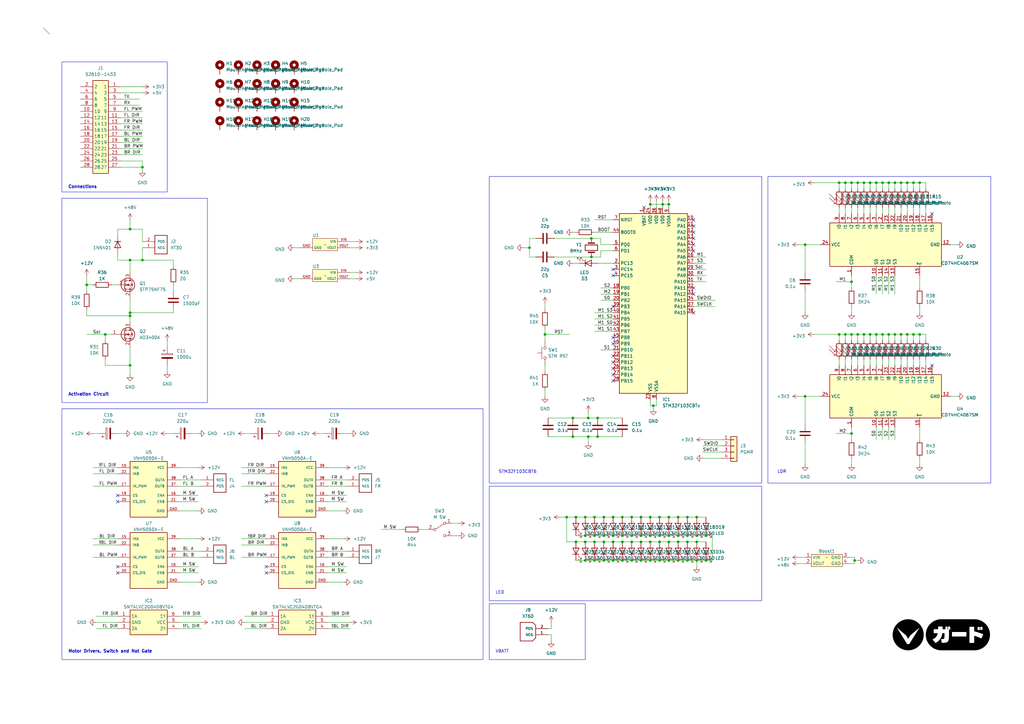
<source format=kicad_sch>
(kicad_sch (version 20230121) (generator eeschema)
  (paper "A3")
  (junction (at 377.19 74.93))
  (junction (at 372.11 137.16))
  (junction (at 274.32 222.25))
  (junction (at 369.57 74.93))
  (junction (at 344.17 137.16))
  (junction (at 346.71 137.16))
  (junction (at 281.94 229.87))
  (junction (at 356.87 137.16))
  (junction (at 243.84 219.71))
  (junction (at 374.65 74.93))
  (junction (at 285.75 222.25))
  (junction (at 240.03 222.25))
  (junction (at 251.46 219.71))
  (junction (at 285.75 219.71))
  (junction (at 241.3 179.07))
  (junction (at 232.41 212.09))
  (junction (at 377.19 137.16))
  (junction (at 346.71 74.93))
  (junction (at 274.32 229.87))
  (junction (at 247.65 222.25))
  (junction (at 349.25 115.57))
  (junction (at 364.49 74.93))
  (junction (at 255.27 222.25))
  (junction (at 234.95 171.45))
  (junction (at 351.79 137.16))
  (junction (at 372.11 74.93))
  (junction (at 266.7 212.09))
  (junction (at 354.33 74.93))
  (junction (at 240.03 229.87))
  (junction (at 247.65 229.87))
  (junction (at 266.7 229.87))
  (junction (at 367.03 74.93))
  (junction (at 217.17 101.6))
  (junction (at 236.22 212.09))
  (junction (at 243.84 212.09))
  (junction (at 274.32 212.09))
  (junction (at 245.11 179.07))
  (junction (at 285.75 229.87))
  (junction (at 240.03 212.09))
  (junction (at 241.3 171.45))
  (junction (at 359.41 137.16))
  (junction (at 271.78 83.82))
  (junction (at 255.27 229.87))
  (junction (at 35.56 116.84))
  (junction (at 278.13 212.09))
  (junction (at 234.95 179.07))
  (junction (at 259.08 229.87))
  (junction (at 53.34 106.68))
  (junction (at 367.03 137.16))
  (junction (at 243.84 222.25))
  (junction (at 350.52 229.87))
  (junction (at 58.42 68.58))
  (junction (at 289.56 219.71))
  (junction (at 43.18 137.16))
  (junction (at 359.41 74.93))
  (junction (at 262.89 212.09))
  (junction (at 243.84 229.87))
  (junction (at 255.27 212.09))
  (junction (at 266.7 222.25))
  (junction (at 251.46 229.87))
  (junction (at 354.33 137.16))
  (junction (at 278.13 222.25))
  (junction (at 274.32 219.71))
  (junction (at 351.79 74.93))
  (junction (at 289.56 229.87))
  (junction (at 247.65 219.71))
  (junction (at 274.32 83.82))
  (junction (at 242.57 97.79))
  (junction (at 278.13 229.87))
  (junction (at 259.08 219.71))
  (junction (at 266.7 219.71))
  (junction (at 361.95 137.16))
  (junction (at 223.52 137.16))
  (junction (at 364.49 137.16))
  (junction (at 53.34 93.98))
  (junction (at 245.11 171.45))
  (junction (at 259.08 212.09))
  (junction (at 270.51 222.25))
  (junction (at 281.94 222.25))
  (junction (at 281.94 219.71))
  (junction (at 278.13 219.71))
  (junction (at 349.25 177.8))
  (junction (at 270.51 219.71))
  (junction (at 236.22 222.25))
  (junction (at 369.57 137.16))
  (junction (at 240.03 219.71))
  (junction (at 285.75 212.09))
  (junction (at 349.25 74.93))
  (junction (at 349.25 137.16))
  (junction (at 58.42 106.68))
  (junction (at 330.2 162.56))
  (junction (at 255.27 219.71))
  (junction (at 251.46 212.09))
  (junction (at 270.51 229.87))
  (junction (at 330.2 100.33))
  (junction (at 361.95 74.93))
  (junction (at 53.34 129.54))
  (junction (at 53.34 149.86))
  (junction (at 374.65 137.16))
  (junction (at 251.46 222.25))
  (junction (at 262.89 219.71))
  (junction (at 247.65 212.09))
  (junction (at 242.57 105.41))
  (junction (at 356.87 74.93))
  (junction (at 344.17 74.93))
  (junction (at 259.08 222.25))
  (junction (at 53.34 128.27))
  (junction (at 262.89 222.25))
  (junction (at 270.51 212.09))
  (junction (at 262.89 229.87))
  (junction (at 267.97 166.37))
  (junction (at 281.94 212.09))
  (junction (at 266.7 83.82))
  (no_connect (at 284.48 102.87))
  (no_connect (at 284.48 118.11))
  (no_connect (at 251.46 125.73))
  (no_connect (at 284.48 128.27))
  (no_connect (at 284.48 97.79))
  (no_connect (at 48.26 232.41))
  (no_connect (at 251.46 148.59))
  (no_connect (at 109.22 203.2))
  (no_connect (at 48.26 234.95))
  (no_connect (at 382.27 149.86))
  (no_connect (at 251.46 153.67))
  (no_connect (at 264.16 85.09))
  (no_connect (at 251.46 156.21))
  (no_connect (at 109.22 205.74))
  (no_connect (at 251.46 146.05))
  (no_connect (at 284.48 100.33))
  (no_connect (at 251.46 113.03))
  (no_connect (at 382.27 87.63))
  (no_connect (at 48.26 203.2))
  (no_connect (at 251.46 140.97))
  (no_connect (at 109.22 232.41))
  (no_connect (at 48.26 205.74))
  (no_connect (at 284.48 92.71))
  (no_connect (at 251.46 138.43))
  (no_connect (at 251.46 110.49))
  (no_connect (at 284.48 120.65))
  (no_connect (at 109.22 234.95))
  (no_connect (at 284.48 95.25))
  (no_connect (at 284.48 90.17))
  (no_connect (at 251.46 151.13))
  (bus_entry (at 17.78 11.43) (size 2.54 2.54))
  (wire (pts (xy 99.06 199.39) (xy 109.22 199.39)))
  (wire (pts (xy 243.84 130.81) (xy 251.46 130.81)))
  (wire (pts (xy 285.75 219.71) (xy 281.94 219.71)))
  (wire (pts (xy 234.95 171.45) (xy 241.3 171.45)))
  (wire (pts (xy 267.97 166.37) (xy 269.24 166.37)))
  (wire (pts (xy 372.11 147.32) (xy 372.11 149.86)))
  (wire (pts (xy 241.3 171.45) (xy 245.11 171.45)))
  (wire (pts (xy 266.7 83.82) (xy 266.7 85.09)))
  (wire (pts (xy 346.71 147.32) (xy 346.71 149.86)))
  (wire (pts (xy 259.08 229.87) (xy 262.89 229.87)))
  (wire (pts (xy 344.17 137.16) (xy 334.01 137.16)))
  (wire (pts (xy 53.34 106.68) (xy 48.26 106.68)))
  (wire (pts (xy 270.51 222.25) (xy 274.32 222.25)))
  (wire (pts (xy 172.72 217.17) (xy 175.26 217.17)))
  (wire (pts (xy 262.89 212.09) (xy 259.08 212.09)))
  (wire (pts (xy 243.84 90.17) (xy 251.46 90.17)))
  (wire (pts (xy 266.7 229.87) (xy 270.51 229.87)))
  (wire (pts (xy 364.49 137.16) (xy 364.49 139.7)))
  (wire (pts (xy 100.33 177.8) (xy 102.87 177.8)))
  (wire (pts (xy 379.73 137.16) (xy 379.73 139.7)))
  (wire (pts (xy 73.66 226.06) (xy 82.55 226.06)))
  (wire (pts (xy 49.53 50.8) (xy 58.42 50.8)))
  (wire (pts (xy 53.34 106.68) (xy 58.42 106.68)))
  (wire (pts (xy 374.65 74.93) (xy 372.11 74.93)))
  (wire (pts (xy 214.63 101.6) (xy 217.17 101.6)))
  (wire (pts (xy 270.51 219.71) (xy 274.32 219.71)))
  (wire (pts (xy 349.25 137.16) (xy 349.25 139.7)))
  (wire (pts (xy 73.66 252.73) (xy 82.55 252.73)))
  (wire (pts (xy 223.52 160.02) (xy 223.52 162.56)))
  (wire (pts (xy 285.75 212.09) (xy 289.56 212.09)))
  (wire (pts (xy 274.32 222.25) (xy 278.13 222.25)))
  (wire (pts (xy 284.48 123.19) (xy 293.37 123.19)))
  (wire (pts (xy 48.26 93.98) (xy 53.34 93.98)))
  (wire (pts (xy 53.34 121.92) (xy 53.34 128.27)))
  (wire (pts (xy 259.08 222.25) (xy 262.89 222.25)))
  (wire (pts (xy 346.71 74.93) (xy 346.71 77.47)))
  (wire (pts (xy 327.66 228.6) (xy 330.2 228.6)))
  (wire (pts (xy 292.1 219.71) (xy 292.1 229.87)))
  (wire (pts (xy 35.56 137.16) (xy 43.18 137.16)))
  (wire (pts (xy 372.11 74.93) (xy 372.11 77.47)))
  (wire (pts (xy 349.25 85.09) (xy 349.25 87.63)))
  (wire (pts (xy 330.2 181.61) (xy 330.2 190.5)))
  (wire (pts (xy 330.2 100.33) (xy 330.2 111.76)))
  (wire (pts (xy 327.66 162.56) (xy 330.2 162.56)))
  (wire (pts (xy 389.89 100.33) (xy 392.43 100.33)))
  (wire (pts (xy 223.52 137.16) (xy 223.52 139.7)))
  (wire (pts (xy 359.41 74.93) (xy 359.41 77.47)))
  (wire (pts (xy 377.19 175.26) (xy 377.19 180.34)))
  (wire (pts (xy 367.03 137.16) (xy 364.49 137.16)))
  (wire (pts (xy 374.65 74.93) (xy 374.65 77.47)))
  (wire (pts (xy 266.7 222.25) (xy 270.51 222.25)))
  (wire (pts (xy 359.41 147.32) (xy 359.41 149.86)))
  (wire (pts (xy 361.95 74.93) (xy 359.41 74.93)))
  (wire (pts (xy 266.7 82.55) (xy 266.7 83.82)))
  (wire (pts (xy 364.49 175.26) (xy 364.49 180.34)))
  (wire (pts (xy 361.95 137.16) (xy 359.41 137.16)))
  (wire (pts (xy 232.41 222.25) (xy 236.22 222.25)))
  (wire (pts (xy 285.75 229.87) (xy 289.56 229.87)))
  (wire (pts (xy 100.33 257.81) (xy 109.22 257.81)))
  (wire (pts (xy 274.32 82.55) (xy 274.32 83.82)))
  (wire (pts (xy 262.89 229.87) (xy 266.7 229.87)))
  (wire (pts (xy 350.52 229.87) (xy 350.52 231.14)))
  (wire (pts (xy 281.94 229.87) (xy 285.75 229.87)))
  (wire (pts (xy 349.25 175.26) (xy 349.25 177.8)))
  (wire (pts (xy 349.25 177.8) (xy 349.25 180.34)))
  (wire (pts (xy 243.84 133.35) (xy 251.46 133.35)))
  (wire (pts (xy 354.33 137.16) (xy 351.79 137.16)))
  (wire (pts (xy 68.58 139.7) (xy 68.58 142.24)))
  (wire (pts (xy 359.41 74.93) (xy 356.87 74.93)))
  (wire (pts (xy 109.22 255.27) (xy 100.33 255.27)))
  (wire (pts (xy 364.49 74.93) (xy 364.49 77.47)))
  (wire (pts (xy 346.71 137.16) (xy 346.71 139.7)))
  (wire (pts (xy 295.91 187.96) (xy 288.29 187.96)))
  (wire (pts (xy 49.53 35.56) (xy 58.42 35.56)))
  (wire (pts (xy 113.03 177.8) (xy 110.49 177.8)))
  (wire (pts (xy 359.41 137.16) (xy 356.87 137.16)))
  (wire (pts (xy 342.9 177.8) (xy 349.25 177.8)))
  (wire (pts (xy 134.62 255.27) (xy 143.51 255.27)))
  (wire (pts (xy 224.79 260.35) (xy 226.06 260.35)))
  (wire (pts (xy 274.32 212.09) (xy 278.13 212.09)))
  (wire (pts (xy 236.22 222.25) (xy 240.03 222.25)))
  (wire (pts (xy 39.37 252.73) (xy 48.26 252.73)))
  (wire (pts (xy 377.19 137.16) (xy 374.65 137.16)))
  (wire (pts (xy 120.65 101.6) (xy 123.19 101.6)))
  (wire (pts (xy 223.52 137.16) (xy 233.68 137.16)))
  (wire (pts (xy 271.78 83.82) (xy 274.32 83.82)))
  (wire (pts (xy 43.18 137.16) (xy 45.72 137.16)))
  (wire (pts (xy 351.79 147.32) (xy 351.79 149.86)))
  (wire (pts (xy 377.19 113.03) (xy 377.19 118.11)))
  (wire (pts (xy 367.03 85.09) (xy 367.03 87.63)))
  (wire (pts (xy 49.53 66.04) (xy 58.42 66.04)))
  (wire (pts (xy 270.51 229.87) (xy 274.32 229.87)))
  (wire (pts (xy 73.66 203.2) (xy 81.28 203.2)))
  (wire (pts (xy 344.17 137.16) (xy 344.17 139.7)))
  (wire (pts (xy 227.33 97.79) (xy 242.57 97.79)))
  (wire (pts (xy 295.91 182.88) (xy 288.29 182.88)))
  (wire (pts (xy 361.95 74.93) (xy 361.95 77.47)))
  (wire (pts (xy 359.41 85.09) (xy 359.41 87.63)))
  (wire (pts (xy 246.38 118.11) (xy 251.46 118.11)))
  (wire (pts (xy 367.03 74.93) (xy 364.49 74.93)))
  (wire (pts (xy 58.42 66.04) (xy 58.42 68.58)))
  (wire (pts (xy 134.62 252.73) (xy 143.51 252.73)))
  (wire (pts (xy 251.46 229.87) (xy 255.27 229.87)))
  (wire (pts (xy 49.53 63.5) (xy 58.42 63.5)))
  (wire (pts (xy 245.11 107.95) (xy 251.46 107.95)))
  (wire (pts (xy 346.71 74.93) (xy 344.17 74.93)))
  (wire (pts (xy 39.37 257.81) (xy 48.26 257.81)))
  (wire (pts (xy 38.1 199.39) (xy 48.26 199.39)))
  (wire (pts (xy 367.03 113.03) (xy 367.03 120.65)))
  (wire (pts (xy 134.62 191.77) (xy 140.97 191.77)))
  (wire (pts (xy 53.34 129.54) (xy 53.34 132.08)))
  (wire (pts (xy 267.97 166.37) (xy 267.97 167.64)))
  (wire (pts (xy 349.25 74.93) (xy 349.25 77.47)))
  (wire (pts (xy 369.57 74.93) (xy 367.03 74.93)))
  (wire (pts (xy 372.11 137.16) (xy 372.11 139.7)))
  (wire (pts (xy 377.19 187.96) (xy 377.19 190.5)))
  (wire (pts (xy 49.53 58.42) (xy 58.42 58.42)))
  (wire (pts (xy 369.57 137.16) (xy 367.03 137.16)))
  (wire (pts (xy 134.62 203.2) (xy 142.24 203.2)))
  (wire (pts (xy 224.79 179.07) (xy 234.95 179.07)))
  (wire (pts (xy 356.87 85.09) (xy 356.87 87.63)))
  (wire (pts (xy 53.34 93.98) (xy 58.42 93.98)))
  (wire (pts (xy 364.49 74.93) (xy 361.95 74.93)))
  (wire (pts (xy 354.33 137.16) (xy 354.33 139.7)))
  (wire (pts (xy 389.89 162.56) (xy 392.43 162.56)))
  (wire (pts (xy 278.13 212.09) (xy 281.94 212.09)))
  (wire (pts (xy 288.29 180.34) (xy 295.91 180.34)))
  (wire (pts (xy 53.34 128.27) (xy 53.34 129.54)))
  (wire (pts (xy 49.53 43.18) (xy 57.15 43.18)))
  (wire (pts (xy 242.57 105.41) (xy 246.38 105.41)))
  (wire (pts (xy 330.2 100.33) (xy 336.55 100.33)))
  (wire (pts (xy 289.56 110.49) (xy 284.48 110.49)))
  (wire (pts (xy 241.3 179.07) (xy 245.11 179.07)))
  (wire (pts (xy 134.62 199.39) (xy 142.24 199.39)))
  (wire (pts (xy 243.84 219.71) (xy 247.65 219.71)))
  (wire (pts (xy 361.95 147.32) (xy 361.95 149.86)))
  (wire (pts (xy 227.33 105.41) (xy 242.57 105.41)))
  (wire (pts (xy 266.7 166.37) (xy 267.97 166.37)))
  (wire (pts (xy 251.46 128.27) (xy 243.84 128.27)))
  (wire (pts (xy 266.7 219.71) (xy 270.51 219.71)))
  (wire (pts (xy 354.33 147.32) (xy 354.33 149.86)))
  (wire (pts (xy 226.06 260.35) (xy 226.06 262.89)))
  (wire (pts (xy 281.94 212.09) (xy 285.75 212.09)))
  (wire (pts (xy 246.38 100.33) (xy 251.46 100.33)))
  (wire (pts (xy 354.33 74.93) (xy 351.79 74.93)))
  (wire (pts (xy 354.33 85.09) (xy 354.33 87.63)))
  (wire (pts (xy 134.62 257.81) (xy 143.51 257.81)))
  (wire (pts (xy 251.46 219.71) (xy 255.27 219.71)))
  (wire (pts (xy 58.42 69.85) (xy 58.42 68.58)))
  (wire (pts (xy 369.57 147.32) (xy 369.57 149.86)))
  (wire (pts (xy 259.08 219.71) (xy 262.89 219.71)))
  (wire (pts (xy 344.17 85.09) (xy 344.17 87.63)))
  (wire (pts (xy 269.24 166.37) (xy 269.24 163.83)))
  (wire (pts (xy 219.71 97.79) (xy 217.17 97.79)))
  (wire (pts (xy 364.49 85.09) (xy 364.49 87.63)))
  (wire (pts (xy 377.19 74.93) (xy 377.19 77.47)))
  (wire (pts (xy 49.53 68.58) (xy 58.42 68.58)))
  (wire (pts (xy 284.48 107.95) (xy 289.56 107.95)))
  (wire (pts (xy 81.28 177.8) (xy 78.74 177.8)))
  (wire (pts (xy 262.89 219.71) (xy 266.7 219.71)))
  (wire (pts (xy 58.42 101.6) (xy 58.42 106.68)))
  (wire (pts (xy 274.32 229.87) (xy 278.13 229.87)))
  (wire (pts (xy 232.41 212.09) (xy 236.22 212.09)))
  (wire (pts (xy 120.65 114.3) (xy 123.19 114.3)))
  (wire (pts (xy 379.73 74.93) (xy 377.19 74.93)))
  (wire (pts (xy 330.2 162.56) (xy 330.2 173.99)))
  (wire (pts (xy 342.9 115.57) (xy 349.25 115.57)))
  (wire (pts (xy 134.62 232.41) (xy 142.24 232.41)))
  (wire (pts (xy 73.66 232.41) (xy 81.28 232.41)))
  (wire (pts (xy 73.66 234.95) (xy 81.28 234.95)))
  (wire (pts (xy 99.06 194.31) (xy 109.22 194.31)))
  (wire (pts (xy 271.78 82.55) (xy 271.78 83.82)))
  (wire (pts (xy 241.3 168.91) (xy 241.3 171.45)))
  (wire (pts (xy 374.65 85.09) (xy 374.65 87.63)))
  (wire (pts (xy 53.34 90.17) (xy 53.34 93.98)))
  (wire (pts (xy 134.62 234.95) (xy 142.24 234.95)))
  (wire (pts (xy 73.66 209.55) (xy 81.28 209.55)))
  (wire (pts (xy 347.98 228.6) (xy 350.52 228.6)))
  (wire (pts (xy 134.62 228.6) (xy 142.24 228.6)))
  (wire (pts (xy 35.56 116.84) (xy 35.56 119.38)))
  (wire (pts (xy 134.62 226.06) (xy 142.24 226.06)))
  (wire (pts (xy 49.53 60.96) (xy 58.42 60.96)))
  (wire (pts (xy 349.25 187.96) (xy 349.25 190.5)))
  (wire (pts (xy 243.84 222.25) (xy 247.65 222.25)))
  (wire (pts (xy 284.48 125.73) (xy 293.37 125.73)))
  (wire (pts (xy 236.22 219.71) (xy 240.03 219.71)))
  (wire (pts (xy 359.41 137.16) (xy 359.41 139.7)))
  (wire (pts (xy 53.34 142.24) (xy 53.34 149.86)))
  (wire (pts (xy 351.79 74.93) (xy 349.25 74.93)))
  (wire (pts (xy 245.11 171.45) (xy 255.27 171.45)))
  (wire (pts (xy 284.48 105.41) (xy 289.56 105.41)))
  (wire (pts (xy 134.62 196.85) (xy 142.24 196.85)))
  (wire (pts (xy 234.95 107.95) (xy 237.49 107.95)))
  (wire (pts (xy 379.73 147.32) (xy 379.73 149.86)))
  (wire (pts (xy 255.27 229.87) (xy 259.08 229.87)))
  (wire (pts (xy 185.42 214.63) (xy 187.96 214.63)))
  (wire (pts (xy 73.66 255.27) (xy 82.55 255.27)))
  (wire (pts (xy 43.18 147.32) (xy 43.18 149.86)))
  (wire (pts (xy 58.42 99.06) (xy 58.42 93.98)))
  (wire (pts (xy 377.19 137.16) (xy 377.19 139.7)))
  (wire (pts (xy 344.17 74.93) (xy 334.01 74.93)))
  (wire (pts (xy 38.1 228.6) (xy 48.26 228.6)))
  (wire (pts (xy 73.66 199.39) (xy 82.55 199.39)))
  (wire (pts (xy 251.46 222.25) (xy 255.27 222.25)))
  (wire (pts (xy 281.94 222.25) (xy 285.75 222.25)))
  (wire (pts (xy 367.03 147.32) (xy 367.03 149.86)))
  (wire (pts (xy 364.49 113.03) (xy 364.49 120.65)))
  (wire (pts (xy 243.84 135.89) (xy 251.46 135.89)))
  (wire (pts (xy 68.58 177.8) (xy 71.12 177.8)))
  (wire (pts (xy 143.51 111.76) (xy 146.05 111.76)))
  (wire (pts (xy 350.52 229.87) (xy 351.79 229.87)))
  (wire (pts (xy 344.17 147.32) (xy 344.17 149.86)))
  (wire (pts (xy 361.95 85.09) (xy 361.95 87.63)))
  (wire (pts (xy 53.34 128.27) (xy 71.12 128.27)))
  (wire (pts (xy 269.24 82.55) (xy 269.24 85.09)))
  (wire (pts (xy 364.49 137.16) (xy 361.95 137.16)))
  (wire (pts (xy 284.48 115.57) (xy 289.56 115.57)))
  (wire (pts (xy 73.66 228.6) (xy 82.55 228.6)))
  (wire (pts (xy 359.41 175.26) (xy 359.41 180.34)))
  (wire (pts (xy 143.51 101.6) (xy 146.05 101.6)))
  (wire (pts (xy 38.1 191.77) (xy 48.26 191.77)))
  (wire (pts (xy 236.22 95.25) (xy 234.95 95.25)))
  (wire (pts (xy 242.57 97.79) (xy 246.38 97.79)))
  (wire (pts (xy 143.51 177.8) (xy 140.97 177.8)))
  (wire (pts (xy 367.03 137.16) (xy 367.03 139.7)))
  (wire (pts (xy 251.46 212.09) (xy 255.27 212.09)))
  (wire (pts (xy 38.1 177.8) (xy 40.64 177.8)))
  (wire (pts (xy 134.62 238.76) (xy 140.97 238.76)))
  (wire (pts (xy 50.8 177.8) (xy 48.26 177.8)))
  (wire (pts (xy 349.25 137.16) (xy 346.71 137.16)))
  (wire (pts (xy 356.87 137.16) (xy 354.33 137.16)))
  (wire (pts (xy 327.66 100.33) (xy 330.2 100.33)))
  (wire (pts (xy 351.79 137.16) (xy 351.79 139.7)))
  (wire (pts (xy 367.03 74.93) (xy 367.03 77.47)))
  (wire (pts (xy 247.65 212.09) (xy 251.46 212.09)))
  (wire (pts (xy 347.98 231.14) (xy 350.52 231.14)))
  (wire (pts (xy 349.25 74.93) (xy 346.71 74.93)))
  (wire (pts (xy 243.84 212.09) (xy 247.65 212.09)))
  (wire (pts (xy 38.1 194.31) (xy 48.26 194.31)))
  (wire (pts (xy 68.58 149.86) (xy 68.58 152.4)))
  (wire (pts (xy 73.66 205.74) (xy 81.28 205.74)))
  (wire (pts (xy 73.66 238.76) (xy 81.28 238.76)))
  (wire (pts (xy 99.06 228.6) (xy 109.22 228.6)))
  (wire (pts (xy 247.65 229.87) (xy 251.46 229.87)))
  (wire (pts (xy 53.34 106.68) (xy 53.34 111.76)))
  (wire (pts (xy 49.53 40.64) (xy 57.15 40.64)))
  (wire (pts (xy 100.33 252.73) (xy 109.22 252.73)))
  (wire (pts (xy 134.62 205.74) (xy 142.24 205.74)))
  (wire (pts (xy 35.56 129.54) (xy 53.34 129.54)))
  (wire (pts (xy 349.25 147.32) (xy 349.25 149.86)))
  (wire (pts (xy 35.56 127) (xy 35.56 129.54)))
  (wire (pts (xy 134.62 220.98) (xy 140.97 220.98)))
  (wire (pts (xy 246.38 123.19) (xy 251.46 123.19)))
  (wire (pts (xy 234.95 179.07) (xy 241.3 179.07)))
  (wire (pts (xy 43.18 149.86) (xy 53.34 149.86)))
  (wire (pts (xy 356.87 137.16) (xy 356.87 139.7)))
  (wire (pts (xy 284.48 113.03) (xy 289.56 113.03)))
  (wire (pts (xy 356.87 74.93) (xy 356.87 77.47)))
  (wire (pts (xy 372.11 74.93) (xy 369.57 74.93)))
  (wire (pts (xy 327.66 231.14) (xy 330.2 231.14)))
  (wire (pts (xy 374.65 147.32) (xy 374.65 149.86)))
  (wire (pts (xy 266.7 163.83) (xy 266.7 166.37)))
  (wire (pts (xy 143.51 114.3) (xy 146.05 114.3)))
  (wire (pts (xy 354.33 74.93) (xy 354.33 77.47)))
  (wire (pts (xy 243.84 95.25) (xy 251.46 95.25)))
  (wire (pts (xy 223.52 124.46) (xy 223.52 127)))
  (wire (pts (xy 240.03 229.87) (xy 243.84 229.87)))
  (wire (pts (xy 223.52 134.62) (xy 223.52 137.16)))
  (wire (pts (xy 330.2 119.38) (xy 330.2 128.27)))
  (wire (pts (xy 49.53 55.88) (xy 58.42 55.88)))
  (wire (pts (xy 377.19 147.32) (xy 377.19 149.86)))
  (wire (pts (xy 350.52 228.6) (xy 350.52 229.87)))
  (wire (pts (xy 289.56 229.87) (xy 292.1 229.87)))
  (wire (pts (xy 369.57 85.09) (xy 369.57 87.63)))
  (wire (pts (xy 143.51 99.06) (xy 146.05 99.06)))
  (wire (pts (xy 71.12 106.68) (xy 71.12 109.22)))
  (wire (pts (xy 266.7 83.82) (xy 271.78 83.82)))
  (wire (pts (xy 377.19 74.93) (xy 374.65 74.93)))
  (wire (pts (xy 377.19 137.16) (xy 379.73 137.16)))
  (wire (pts (xy 73.66 257.81) (xy 82.55 257.81)))
  (wire (pts (xy 241.3 179.07) (xy 241.3 181.61)))
  (wire (pts (xy 372.11 85.09) (xy 372.11 87.63)))
  (wire (pts (xy 262.89 212.09) (xy 266.7 212.09)))
  (wire (pts (xy 351.79 74.93) (xy 351.79 77.47)))
  (wire (pts (xy 243.84 229.87) (xy 247.65 229.87)))
  (wire (pts (xy 45.72 116.84) (xy 48.26 116.84)))
  (wire (pts (xy 224.79 171.45) (xy 234.95 171.45)))
  (wire (pts (xy 356.87 147.32) (xy 356.87 149.86)))
  (wire (pts (xy 240.03 222.25) (xy 243.84 222.25)))
  (wire (pts (xy 246.38 143.51) (xy 251.46 143.51)))
  (wire (pts (xy 38.1 223.52) (xy 48.26 223.52)))
  (wire (pts (xy 226.06 255.27) (xy 226.06 257.81)))
  (wire (pts (xy 270.51 212.09) (xy 274.32 212.09)))
  (wire (pts (xy 217.17 101.6) (xy 217.17 105.41)))
  (wire (pts (xy 58.42 106.68) (xy 71.12 106.68)))
  (wire (pts (xy 285.75 229.87) (xy 285.75 232.41)))
  (wire (pts (xy 285.75 222.25) (xy 289.56 222.25)))
  (wire (pts (xy 349.25 125.73) (xy 349.25 128.27)))
  (wire (pts (xy 278.13 229.87) (xy 281.94 229.87)))
  (wire (pts (xy 266.7 212.09) (xy 270.51 212.09)))
  (wire (pts (xy 289.56 219.71) (xy 285.75 219.71)))
  (wire (pts (xy 278.13 219.71) (xy 274.32 219.71)))
  (wire (pts (xy 356.87 74.93) (xy 354.33 74.93)))
  (wire (pts (xy 217.17 97.79) (xy 217.17 101.6)))
  (wire (pts (xy 246.38 102.87) (xy 251.46 102.87)))
  (wire (pts (xy 246.38 105.41) (xy 246.38 102.87)))
  (wire (pts (xy 379.73 77.47) (xy 379.73 74.93)))
  (wire (pts (xy 245.11 179.07) (xy 255.27 179.07)))
  (wire (pts (xy 372.11 137.16) (xy 369.57 137.16)))
  (wire (pts (xy 73.66 191.77) (xy 81.28 191.77)))
  (wire (pts (xy 232.41 222.25) (xy 232.41 212.09)))
  (wire (pts (xy 240.03 212.09) (xy 243.84 212.09)))
  (wire (pts (xy 369.57 74.93) (xy 369.57 77.47)))
  (wire (pts (xy 364.49 147.32) (xy 364.49 149.86)))
  (wire (pts (xy 359.41 113.03) (xy 359.41 120.65)))
  (wire (pts (xy 374.65 137.16) (xy 374.65 139.7)))
  (wire (pts (xy 73.66 196.85) (xy 82.55 196.85)))
  (wire (pts (xy 43.18 137.16) (xy 43.18 139.7)))
  (wire (pts (xy 271.78 83.82) (xy 271.78 85.09)))
  (wire (pts (xy 367.03 175.26) (xy 367.03 180.34)))
  (wire (pts (xy 48.26 106.68) (xy 48.26 104.14)))
  (wire (pts (xy 99.06 220.98) (xy 109.22 220.98)))
  (wire (pts (xy 130.81 177.8) (xy 133.35 177.8)))
  (wire (pts (xy 281.94 219.71) (xy 278.13 219.71)))
  (wire (pts (xy 99.06 191.77) (xy 109.22 191.77)))
  (wire (pts (xy 292.1 219.71) (xy 289.56 219.71)))
  (wire (pts (xy 229.87 212.09) (xy 232.41 212.09)))
  (wire (pts (xy 38.1 220.98) (xy 48.26 220.98)))
  (wire (pts (xy 255.27 212.09) (xy 259.08 212.09)))
  (wire (pts (xy 377.19 125.73) (xy 377.19 128.27)))
  (wire (pts (xy 49.53 53.34) (xy 58.42 53.34)))
  (wire (pts (xy 247.65 219.71) (xy 251.46 219.71)))
  (wire (pts (xy 349.25 115.57) (xy 349.25 118.11)))
  (wire (pts (xy 349.25 113.03) (xy 349.25 115.57)))
  (wire (pts (xy 361.95 137.16) (xy 361.95 139.7)))
  (wire (pts (xy 247.65 222.25) (xy 251.46 222.25)))
  (wire (pts (xy 344.17 74.93) (xy 344.17 77.47)))
  (wire (pts (xy 185.42 219.71) (xy 187.96 219.71)))
  (wire (pts (xy 156.21 217.17) (xy 165.1 217.17)))
  (wire (pts (xy 346.71 85.09) (xy 346.71 87.63)))
  (wire (pts (xy 255.27 219.71) (xy 259.08 219.71)))
  (wire (pts (xy 49.53 45.72) (xy 58.42 45.72)))
  (wire (pts (xy 361.95 113.03) (xy 361.95 120.65)))
  (wire (pts (xy 379.73 85.09) (xy 379.73 87.63)))
  (wire (pts (xy 71.12 116.84) (xy 71.12 119.38)))
  (wire (pts (xy 246.38 120.65) (xy 251.46 120.65)))
  (wire (pts (xy 53.34 149.86) (xy 53.34 153.67)))
  (wire (pts (xy 377.19 85.09) (xy 377.19 87.63)))
  (wire (pts (xy 351.79 137.16) (xy 349.25 137.16)))
  (wire (pts (xy 330.2 162.56) (xy 336.55 162.56)))
  (wire (pts (xy 38.1 116.84) (xy 35.56 116.84)))
  (wire (pts (xy 99.06 223.52) (xy 109.22 223.52)))
  (wire (pts (xy 134.62 209.55) (xy 140.97 209.55)))
  (wire (pts (xy 48.26 93.98) (xy 48.26 96.52)))
  (wire (pts (xy 223.52 152.4) (xy 223.52 149.86)))
  (wire (pts (xy 246.38 97.79) (xy 246.38 100.33)))
  (wire (pts (xy 49.53 48.26) (xy 58.42 48.26)))
  (wire (pts (xy 361.95 175.26) (xy 361.95 180.34)))
  (wire (pts (xy 35.56 113.03) (xy 35.56 116.84)))
  (wire (pts (xy 369.57 137.16) (xy 369.57 139.7)))
  (wire (pts (xy 217.17 105.41) (xy 219.71 105.41)))
  (wire (pts (xy 295.91 185.42) (xy 288.29 185.42)))
  (wire (pts (xy 262.89 222.25) (xy 266.7 222.25)))
  (wire (pts (xy 274.32 83.82) (xy 274.32 85.09)))
  (wire (pts (xy 224.79 257.81) (xy 226.06 257.81)))
  (wire (pts (xy 351.79 85.09) (xy 351.79 87.63)))
  (wire (pts (xy 346.71 137.16) (xy 344.17 137.16)))
  (wire (pts (xy 255.27 222.25) (xy 259.08 222.25)))
  (wire (pts (xy 278.13 222.25) (xy 281.94 222.25)))
  (wire (pts (xy 71.12 127) (xy 71.12 128.27)))
  (wire (pts (xy 374.65 137.16) (xy 372.11 137.16)))
  (wire (pts (xy 73.66 220.98) (xy 81.28 220.98)))
  (wire (pts (xy 240.03 219.71) (xy 243.84 219.71)))
  (wire (pts (xy 48.26 255.27) (xy 39.37 255.27)))
  (wire (pts (xy 236.22 212.09) (xy 240.03 212.09)))
  (wire (pts (xy 236.22 229.87) (xy 240.03 229.87)))
  (wire (pts (xy 49.53 38.1) (xy 58.42 38.1)))
  (rectangle (start 200.66 72.39) (end 312.42 198.12))
  (rectangle (start 25.4 81.28) (end 85.09 165.1))
  (rectangle (start 25.4 25.4) (end 68.58 78.74))
  (rectangle (start 200.66 247.65) (end 240.03 270.51))
  (rectangle (start 200.66 199.39) (end 312.42 246.38))
  (rectangle (start 314.96 72.39) (end 406.4 198.12))
  (rectangle (start 25.4 167.64) (end 198.12 270.51))
  (image (at 386.08 260.35) (scale 0.139323))
  (text "STM32F103CBT6" (at 204.47 194.31 0) (effects (font (size 1.27 1.27)) (justify left bottom)))
  (text "LDR" (at 318.77 194.31 0) (effects (font (size 1.27 1.27)) (justify left bottom)))
  (text "Connections" (at 27.94 77.47 0) (effects (font (size 1.27 1.27) (thickness 0.254) bold) (justify left bottom)))
  (text "Activation Circuit" (at 27.94 162.56 0) (effects (font (size 1.27 1.27) bold) (justify left bottom)))
  (text "LED" (at 203.2 243.84 0) (effects (font (size 1.27 1.27)) (justify left bottom)))
  (text "Motor Drivers, Switch and Not Gate" (at 27.94 267.97 0) (effects (font (size 1.27 1.27) bold) (justify left bottom)))
  (text "VBATT" (at 203.2 267.97 0) (effects (font (size 1.27 1.27)) (justify left bottom)))
  (label "FR PWM" (at 50.8 50.8 0))
  (label "!FL DIR" (at 40.64 191.77 0))
  (label "M1 S1" (at 245.11 135.89 0))
  (label "M1" (at 285.75 105.41 0))
  (label "BL DIR" (at 50.8 58.42 0))
  (label "S3" (at 367.03 179.07 90))
  (label "M2" (at 344.17 177.8 0))
  (label "BR DIR" (at 50.8 63.5 0))
  (label "M2" (at 247.65 120.65 0))
  (label "!BL DIR" (at 135.89 257.81 0))
  (label "M SW" (at 74.93 203.2 0))
  (label "M1" (at 344.17 115.57 0))
  (label "S0" (at 359.41 179.07 90))
  (label "SWCLK" (at 294.64 185.42 180))
  (label "M1 S2" (at 245.11 130.81 0))
  (label "M1 S0" (at 359.41 119.38 90))
  (label "FL DIR" (at 41.91 257.81 0))
  (label "S1" (at 247.65 143.51 0))
  (label "RST" (at 245.11 90.17 0))
  (label "S2" (at 247.65 118.11 0))
  (label "M1 S1" (at 361.95 119.38 90))
  (label "S3" (at 285.75 107.95 0))
  (label "FL DIR" (at 40.64 194.31 0))
  (label "BL A" (at 74.93 226.06 0))
  (label "BL DIR" (at 40.64 220.98 0))
  (label "FL PWM" (at 50.8 45.72 0))
  (label "M1 S3" (at 367.03 119.38 90))
  (label "FL DIR" (at 50.8 48.26 0))
  (label "BL B" (at 74.93 228.6 0))
  (label "!FR DIR" (at 74.93 252.73 0))
  (label "FR A" (at 135.89 196.85 0))
  (label "RX" (at 50.8 43.18 0))
  (label "BR B" (at 135.89 228.6 0))
  (label "FR DIR" (at 50.8 53.34 0))
  (label "BR PWM" (at 101.6 228.6 0))
  (label "BL PWM" (at 40.64 228.6 0))
  (label "SWDIO" (at 285.75 123.19 0))
  (label "M1 S3" (at 245.11 128.27 0))
  (label "TX" (at 50.8 40.64 0))
  (label "Sol" (at 288.29 110.49 180))
  (label "M SW" (at 135.89 205.74 0))
  (label "SWCLK" (at 285.75 125.73 0))
  (label "M1 S2" (at 364.49 119.38 90))
  (label "RX" (at 285.75 113.03 0))
  (label "M SW" (at 162.56 217.17 180))
  (label "BL PWM" (at 50.8 55.88 0))
  (label "M SW" (at 135.89 234.95 0))
  (label "SWDIO" (at 294.64 182.88 180))
  (label "S2" (at 364.49 179.07 90))
  (label "FR PWM" (at 101.6 199.39 0))
  (label "M SW" (at 135.89 203.2 0))
  (label "M1 S0" (at 245.11 133.35 0))
  (label "TX" (at 285.75 115.57 0))
  (label "FL PWM" (at 40.64 199.39 0))
  (label "!FR DIR" (at 101.6 194.31 0))
  (label "BR DIR" (at 102.87 252.73 0))
  (label "FL B" (at 74.93 199.39 0))
  (label "BR DIR" (at 101.6 223.52 0))
  (label "!BR DIR" (at 101.6 220.98 0))
  (label "S0" (at 247.65 123.19 0))
  (label "M SW" (at 74.93 205.74 0))
  (label "S1" (at 361.95 179.07 90))
  (label "BL DIR" (at 102.87 257.81 0))
  (label "BOOT" (at 245.11 95.25 0))
  (label "M SW" (at 74.93 232.41 0))
  (label "FR DIR" (at 41.91 252.73 0))
  (label "BR A" (at 135.89 226.06 0))
  (label "!BL DIR" (at 40.64 223.52 0))
  (label "!BR DIR" (at 135.89 252.73 0))
  (label "FR B" (at 135.89 199.39 0))
  (label "M SW" (at 74.93 234.95 0))
  (label "M SW" (at 135.89 232.41 0))
  (label "FL A" (at 74.93 196.85 0))
  (label "!FL DIR" (at 74.93 257.81 0))
  (label "FR DIR" (at 101.6 191.77 0))
  (label "BR PWM" (at 50.8 60.96 0))
  (label "RST" (at 227.33 137.16 0))
  (label "Sol" (at 38.1 137.16 0))
  (symbol (lib_id "power:GND") (at 100.33 255.27 270) (unit 1)
    (property "Reference" "#PWR020" (effects hide))
    (property "Value" "GND" (at 96.52 255.27 90) (effects (justify right)))
  )
  (symbol (lib_id "Device:LED") (at 243.84 215.9 90) (unit 1)
    (property "Reference" "D7" (at 247.65 216.2175 90) (effects (justify right)))
    (property "Value" "LED" (at 247.65 218.7575 90) (effects (justify right)))
    (property "Footprint" "footprints:LED-3528" (effects hide))
  )
  (symbol (lib_id "Mechanical:MountingHole_Pad") (at 113.03 43.18 0) (unit 1)
    (property "Reference" "H14" (at 115.57 41.275 0) (effects (justify left)))
    (property "Value" "MountingHole_Pad" (at 115.57 43.815 0) (effects (justify left)))
    (property "Footprint" "MountingHole:MountingHole_3.2mm_M3_Pad_Via" (effects hide))
  )
  (symbol (lib_id "Device:LED") (at 270.51 226.06 90) (unit 1)
    (property "Reference" "D29" (at 274.32 226.3775 90) (effects (justify right)))
    (property "Value" "LED" (at 274.32 228.9175 90) (effects (justify right)))
    (property "Footprint" "footprints:LED-3528" (effects hide))
  )
  (symbol (lib_id "power:+3V3") (at 271.78 82.55 0) (unit 1)
    (property "Reference" "#PWR09" (effects hide))
    (property "Value" "+3V3" (at 271.78 77.47 0))
  )
  (symbol (lib_id "power:+3V3") (at 82.55 255.27 270) (mirror x) (unit 1)
    (property "Reference" "#PWR031" (effects hide))
    (property "Value" "+3V3" (at 86.36 255.27 90) (effects (justify left)))
  )
  (symbol (lib_id "Mechanical:MountingHole_Pad") (at 97.79 43.18 0) (unit 1)
    (property "Reference" "H12" (at 100.33 41.275 0) (effects (justify left)))
    (property "Value" "MountingHole_Pad" (at 100.33 43.815 0) (effects (justify left)))
    (property "Footprint" "MountingHole:MountingHole_3.2mm_M3_Pad_Via" (effects hide))
  )
  (symbol (lib_id "VNH5050A-E:VNH5050A-E") (at 60.96 200.66 0) (unit 1)
    (property "Reference" "U5" (at 60.96 185.42 0))
    (property "Value" "VNH5050A-E" (at 60.96 187.96 0))
    (property "Footprint" "footprints:SOP50P1030X247-39N" (effects hide))
    (property "Datasheet" "https://www.st.com/resource/en/datasheet/vnh5050a-e.pdf" (effects hide))
    (property "MANUFACTURER" "ST Microelectronics" (effects hide))
  )
  (symbol (lib_id "power:GND") (at 241.3 181.61 0) (unit 1)
    (property "Reference" "#PWR053" (effects hide))
    (property "Value" "GND" (at 241.3 186.69 0))
  )
  (symbol (lib_id "power:+3V3") (at 266.7 82.55 0) (unit 1)
    (property "Reference" "#PWR07" (effects hide))
    (property "Value" "+3V3" (at 266.7 77.47 0))
  )
  (symbol (lib_id "Device:R_Photo") (at 354.33 81.28 0) (unit 1)
    (property "Reference" "R5" (at 356.87 80.645 0) (effects (justify left)))
    (property "Value" "R_Photo" (at 356.87 83.185 0) (effects (justify left)))
    (property "Footprint" "footprints:ALS-PT19" (effects hide))
  )
  (symbol (lib_id "power:GND") (at 288.29 187.96 270) (mirror x) (unit 1)
    (property "Reference" "#PWR052" (effects hide))
    (property "Value" "GND" (at 284.48 187.96 90) (effects (justify right)))
  )
  (symbol (lib_id "power:GND") (at 39.37 255.27 270) (unit 1)
    (property "Reference" "#PWR028" (effects hide))
    (property "Value" "GND" (at 35.56 255.27 90) (effects (justify right)))
  )
  (symbol (lib_id "Device:R") (at 43.18 143.51 0) (unit 1)
    (property "Reference" "R31" (at 40.64 142.24 0) (effects (justify right)))
    (property "Value" "10K" (at 40.64 144.78 0) (effects (justify right)))
    (property "Footprint" "footprints:res0603" (effects hide))
  )
  (symbol (lib_id "power:GND") (at 187.96 219.71 90) (unit 1)
    (property "Reference" "#PWR063" (effects hide))
    (property "Value" "GND" (at 191.77 219.71 90) (effects (justify right)))
  )
  (symbol (lib_id "Mechanical:MountingHole_Pad") (at 113.03 50.8 0) (unit 1)
    (property "Reference" "H19" (at 115.57 48.895 0) (effects (justify left)))
    (property "Value" "MountingHole_Pad" (at 115.57 51.435 0) (effects (justify left)))
    (property "Footprint" "MountingHole:MountingHole_3.2mm_M3_Pad_Via" (effects hide))
  )
  (symbol (lib_id "Device:R_Photo") (at 372.11 81.28 0) (unit 1)
    (property "Reference" "R12" (at 374.65 80.645 0) (effects (justify left)))
    (property "Value" "R_Photo" (at 374.65 83.185 0) (effects (justify left)))
    (property "Footprint" "footprints:ALS-PT19" (effects hide))
  )
  (symbol (lib_id "Device:LED") (at 274.32 226.06 90) (unit 1)
    (property "Reference" "D30" (at 278.13 226.3775 90) (effects (justify right)))
    (property "Value" "LED" (at 278.13 228.9175 90) (effects (justify right)))
    (property "Footprint" "footprints:LED-3528" (effects hide))
  )
  (symbol (lib_id "power:+3V3") (at 146.05 101.6 270) (unit 1)
    (property "Reference" "#PWR05" (effects hide))
    (property "Value" "+3V3" (at 149.86 101.6 90) (effects (justify left)))
  )
  (symbol (lib_id "Device:LED") (at 243.84 226.06 90) (unit 1)
    (property "Reference" "D22" (at 247.65 226.3775 90) (effects (justify right)))
    (property "Value" "LED" (at 247.65 228.9175 90) (effects (justify right)))
    (property "Footprint" "footprints:LED-3528" (effects hide))
  )
  (symbol (lib_id "power:+3V3") (at 288.29 180.34 90) (mirror x) (unit 1)
    (property "Reference" "#PWR043" (effects hide))
    (property "Value" "+3V3" (at 284.48 180.34 90) (effects (justify left)))
  )
  (symbol (lib_id "Device:R") (at 349.25 184.15 180) (unit 1)
    (property "Reference" "R42" (at 351.79 183.515 0) (effects (justify right)))
    (property "Value" "3K24" (at 351.79 186.055 0) (effects (justify right)))
    (property "Footprint" "footprints:res0603" (effects hide))
  )
  (symbol (lib_id "Switch:SW_Push") (at 223.52 144.78 90) (unit 1)
    (property "Reference" "SW1" (at 224.79 143.5099 90) (effects (justify right)))
    (property "Value" "STM RST" (at 224.79 146.0499 90) (effects (justify right)))
    (property "Footprint" "footprints:SW_PUSH_SPST" (effects hide))
  )
  (symbol (lib_id "power:+12V") (at 140.97 220.98 270) (unit 1)
    (property "Reference" "#PWR065" (effects hide))
    (property "Value" "+12V" (at 144.78 220.98 90) (effects (justify left)))
  )
  (symbol (lib_id "AMASS-Connector:XT30-F") (at 87.63 227.33 0) (unit 1)
    (property "Reference" "J6" (at 93.98 226.06 0) (effects (justify left)))
    (property "Value" "BL" (at 93.98 228.6 0) (effects (justify left)))
    (property "Footprint" "footprints:AMASS_XT30-F" (effects hide))
    (property "MANUFACTURER" "AMASS" (effects hide))
    (property "PARTREV" "V1.2" (effects hide))
    (property "STANDARD" "IPC 7351B" (effects hide))
    (property "MAXIMUM_PACKAGE_HEIGHT" "16.00 mm" (effects hide))
  )
  (symbol (lib_id "power:GND") (at 214.63 101.6 270) (unit 1)
    (property "Reference" "#PWR017" (effects hide))
    (property "Value" "GND" (at 210.82 101.6 90) (effects (justify right)))
  )
  (symbol (lib_id "Device:LED") (at 247.65 226.06 90) (unit 1)
    (property "Reference" "D23" (at 251.46 226.3775 90) (effects (justify right)))
    (property "Value" "LED" (at 251.46 228.9175 90) (effects (justify right)))
    (property "Footprint" "footprints:LED-3528" (effects hide))
  )
  (symbol (lib_id "Mechanical:MountingHole_Pad") (at 105.41 50.8 0) (unit 1)
    (property "Reference" "H18" (at 107.95 48.895 0) (effects (justify left)))
    (property "Value" "MountingHole_Pad" (at 107.95 51.435 0) (effects (justify left)))
    (property "Footprint" "MountingHole:MountingHole_3.2mm_M3_Pad_Via" (effects hide))
  )
  (symbol (lib_id "Device:C") (at 71.12 123.19 0) (unit 1)
    (property "Reference" "C7" (at 74.93 121.92 0) (effects (justify left)))
    (property "Value" "1500pF" (at 74.93 124.46 0) (effects (justify left)))
    (property "Footprint" "footprints:cap0603" (effects hide))
  )
  (symbol (lib_id "Device:LED") (at 281.94 226.06 90) (unit 1)
    (property "Reference" "D32" (at 285.75 226.3775 90) (effects (justify right)))
    (property "Value" "LED" (at 285.75 228.9175 90) (effects (justify right)))
    (property "Footprint" "footprints:LED-3528" (effects hide))
  )
  (symbol (lib_id "Mechanical:MountingHole_Pad") (at 90.17 43.18 0) (unit 1)
    (property "Reference" "H11" (at 92.71 41.275 0) (effects (justify left)))
    (property "Value" "MountingHole_Pad" (at 92.71 43.815 0) (effects (justify left)))
    (property "Footprint" "MountingHole:MountingHole_3.2mm_M3_Pad_Via" (effects hide))
  )
  (symbol (lib_id "Device:R_Photo") (at 346.71 81.28 0) (unit 1)
    (property "Reference" "R2" (at 349.25 80.645 0) (effects (justify left)))
    (property "Value" "R_Photo" (at 349.25 83.185 0) (effects (justify left)))
    (property "Footprint" "footprints:ALS-PT19" (effects hide))
  )
  (symbol (lib_id "power:GND") (at 113.03 177.8 90) (unit 1)
    (property "Reference" "#PWR049" (effects hide))
    (property "Value" "GND" (at 116.84 177.8 90) (effects (justify right)))
  )
  (symbol (lib_id "Device:R_Photo") (at 369.57 81.28 0) (unit 1)
    (property "Reference" "R11" (at 372.11 80.645 0) (effects (justify left)))
    (property "Value" "R_Photo" (at 372.11 83.185 0) (effects (justify left)))
    (property "Footprint" "footprints:ALS-PT19" (effects hide))
  )
  (symbol (lib_id "Device:LED") (at 274.32 215.9 90) (unit 1)
    (property "Reference" "D15" (at 278.13 216.2175 90) (effects (justify right)))
    (property "Value" "LED" (at 278.13 218.7575 90) (effects (justify right)))
    (property "Footprint" "footprints:LED-3528" (effects hide))
  )
  (symbol (lib_id "Device:C") (at 224.79 175.26 0) (unit 1)
    (property "Reference" "C12" (at 228.6 173.99 0) (effects (justify left)))
    (property "Value" "0.1u" (at 228.6 176.53 0) (effects (justify left)))
    (property "Footprint" "footprints:cap0603" (effects hide))
  )
  (symbol (lib_id "Diode:1N5401") (at 48.26 100.33 90) (mirror x) (unit 1)
    (property "Reference" "D2" (at 45.72 99.06 90) (effects (justify left)))
    (property "Value" "1N5401" (at 45.72 101.6 90) (effects (justify left)))
    (property "Footprint" "Diode_THT:D_DO-201AD_P15.24mm_Horizontal" (effects hide))
    (property "Datasheet" "http://www.vishay.com/docs/88516/1n5400.pdf" (effects hide))
    (property "Sim.Device" "D" (effects hide))
    (property "Sim.Pins" "1=K 2=A" (effects hide))
  )
  (symbol (lib_id "power:+48V") (at 327.66 231.14 90) (unit 1)
    (property "Reference" "#PWR079" (effects hide))
    (property "Value" "+48V" (at 323.85 231.775 90) (effects (justify left)))
  )
  (symbol (lib_id "Device:R_Photo") (at 359.41 143.51 0) (unit 1)
    (property "Reference" "R22" (at 361.95 142.875 0) (effects (justify left)))
    (property "Value" "R_Photo" (at 361.95 145.415 0) (effects (justify left)))
    (property "Footprint" "footprints:ALS-PT19" (effects hide))
  )
  (symbol (lib_id "power:GND") (at 349.25 190.5 0) (unit 1)
    (property "Reference" "#PWR055" (effects hide))
    (property "Value" "GND" (at 349.25 195.58 0))
  )
  (symbol (lib_id "power:GND") (at 81.28 238.76 90) (unit 1)
    (property "Reference" "#PWR067" (effects hide))
    (property "Value" "GND" (at 85.09 238.76 90) (effects (justify right)))
  )
  (symbol (lib_id "Device:LED") (at 255.27 226.06 90) (unit 1)
    (property "Reference" "D25" (at 259.08 226.3775 90) (effects (justify right)))
    (property "Value" "LED" (at 259.08 228.9175 90) (effects (justify right)))
    (property "Footprint" "footprints:LED-3528" (effects hide))
  )
  (symbol (lib_id "power:GND") (at 81.28 177.8 90) (unit 1)
    (property "Reference" "#PWR047" (effects hide))
    (property "Value" "GND" (at 85.09 177.8 90) (effects (justify right)))
  )
  (symbol (lib_id "Device:R_Photo") (at 379.73 81.28 0) (unit 1)
    (property "Reference" "R15" (at 382.27 80.645 0) (effects (justify left)))
    (property "Value" "R_Photo" (at 382.27 83.185 0) (effects (justify left)))
    (property "Footprint" "footprints:ALS-PT19" (effects hide))
  )
  (symbol (lib_id "power:+12V") (at 226.06 255.27 0) (unit 1)
    (property "Reference" "#PWR073" (effects hide))
    (property "Value" "+12V" (at 226.06 250.19 0))
  )
  (symbol (lib_id "Mechanical:MountingHole_Pad") (at 90.17 35.56 0) (unit 1)
    (property "Reference" "H6" (at 92.71 33.655 0) (effects (justify left)))
    (property "Value" "MountingHole_Pad" (at 92.71 36.195 0) (effects (justify left)))
    (property "Footprint" "MountingHole:MountingHole_3.2mm_M3_Pad_Via" (effects hide))
  )
  (symbol (lib_id "Device:C") (at 223.52 97.79 270) (unit 1)
    (property "Reference" "C4" (at 223.52 90.17 90))
    (property "Value" "22p" (at 223.52 92.71 90))
    (property "Footprint" "footprints:cap0603" (effects hide))
  )
  (symbol (lib_id "power:GND") (at 349.25 128.27 0) (unit 1)
    (property "Reference" "#PWR026" (effects hide))
    (property "Value" "GND" (at 349.25 133.35 0))
  )
  (symbol (lib_id "Device:LED") (at 289.56 215.9 90) (unit 1)
    (property "Reference" "D19" (at 293.37 216.2175 90) (effects (justify right)))
    (property "Value" "LED" (at 293.37 218.7575 90) (effects (justify right)))
    (property "Footprint" "footprints:LED-3528" (effects hide))
  )
  (symbol (lib_id "Mechanical:MountingHole_Pad") (at 97.79 27.94 0) (unit 1)
    (property "Reference" "H2" (at 100.33 26.035 0) (effects (justify left)))
    (property "Value" "MountingHole_Pad" (at 100.33 28.575 0) (effects (justify left)))
    (property "Footprint" "MountingHole:MountingHole_3.2mm_M3_Pad_Via" (effects hide))
  )
  (symbol (lib_id "Mechanical:MountingHole_Pad") (at 120.65 35.56 0) (unit 1)
    (property "Reference" "H10" (at 123.19 33.655 0) (effects (justify left)))
    (property "Value" "MountingHole_Pad" (at 123.19 36.195 0) (effects (justify left)))
    (property "Footprint" "MountingHole:MountingHole_3.2mm_M3_Pad_Via" (effects hide))
  )
  (symbol (lib_id "Device:R_Photo") (at 349.25 81.28 0) (unit 1)
    (property "Reference" "R3" (at 351.79 80.645 0) (effects (justify left)))
    (property "Value" "R_Photo" (at 351.79 83.185 0) (effects (justify left)))
    (property "Footprint" "footprints:ALS-PT19" (effects hide))
  )
  (symbol (lib_id "power:+12V") (at 100.33 177.8 90) (unit 1)
    (property "Reference" "#PWR048" (effects hide))
    (property "Value" "+12V" (at 96.52 177.8 90) (effects (justify left)))
  )
  (symbol (lib_id "Device:LED") (at 251.46 226.06 90) (unit 1)
    (property "Reference" "D24" (at 255.27 226.3775 90) (effects (justify right)))
    (property "Value" "LED" (at 255.27 228.9175 90) (effects (justify right)))
    (property "Footprint" "footprints:LED-3528" (effects hide))
  )
  (symbol (lib_id "Device:LED") (at 278.13 226.06 90) (unit 1)
    (property "Reference" "D31" (at 281.94 226.3775 90) (effects (justify right)))
    (property "Value" "LED" (at 281.94 228.9175 90) (effects (justify right)))
    (property "Footprint" "footprints:LED-3528" (effects hide))
  )
  (symbol (lib_id "power:GND") (at 143.51 177.8 90) (unit 1)
    (property "Reference" "#PWR051" (effects hide))
    (property "Value" "GND" (at 147.32 177.8 90) (effects (justify right)))
  )
  (symbol (lib_id "Device:R") (at 71.12 113.03 0) (mirror y) (unit 1)
    (property "Reference" "R35" (at 73.66 111.76 0) (effects (justify right)))
    (property "Value" "20" (at 73.66 114.3 0) (effects (justify right)))
    (property "Footprint" "footprints:res0603" (effects hide))
  )
  (symbol (lib_id "Device:R_Photo") (at 346.71 143.51 0) (unit 1)
    (property "Reference" "R17" (at 349.25 142.875 0) (effects (justify left)))
    (property "Value" "R_Photo" (at 349.25 145.415 0) (effects (justify left)))
    (property "Footprint" "footprints:ALS-PT19" (effects hide))
  )
  (symbol (lib_id "Device:LED") (at 266.7 215.9 90) (unit 1)
    (property "Reference" "D13" (at 270.51 216.2175 90) (effects (justify right)))
    (property "Value" "LED" (at 270.51 218.7575 90) (effects (justify right)))
    (property "Footprint" "footprints:LED-3528" (effects hide))
  )
  (symbol (lib_id "Device:C") (at 234.95 175.26 0) (unit 1)
    (property "Reference" "C13" (at 238.76 173.99 0) (effects (justify left)))
    (property "Value" "0.1u" (at 238.76 176.53 0) (effects (justify left)))
    (property "Footprint" "footprints:cap0603" (effects hide))
  )
  (symbol (lib_id "Device:R_Photo") (at 377.19 81.28 0) (unit 1)
    (property "Reference" "R14" (at 379.73 80.645 0) (effects (justify left)))
    (property "Value" "R_Photo" (at 379.73 83.185 0) (effects (justify left)))
    (property "Footprint" "footprints:ALS-PT19" (effects hide))
  )
  (symbol (lib_id "AMASS-Connector:XT30-F") (at 147.32 227.33 0) (mirror x) (unit 1)
    (property "Reference" "J7" (at 153.67 228.6 0) (effects (justify left)))
    (property "Value" "BR" (at 153.67 226.06 0) (effects (justify left)))
    (property "Footprint" "footprints:AMASS_XT30-F" (effects hide))
    (property "MANUFACTURER" "AMASS" (effects hide))
    (property "PARTREV" "V1.2" (effects hide))
    (property "STANDARD" "IPC 7351B" (effects hide))
    (property "MAXIMUM_PACKAGE_HEIGHT" "16.00 mm" (effects hide))
  )
  (symbol (lib_id "Device:C_Polarized") (at 74.93 177.8 90) (unit 1)
    (property "Reference" "C17" (at 74.93 170.18 90))
    (property "Value" "220u" (at 74.93 172.72 90))
    (property "Footprint" "footprints:EIA-7343-D" (effects hide))
  )
  (symbol (lib_id "Device:R") (at 349.25 121.92 180) (unit 1)
    (property "Reference" "R37" (at 351.79 121.285 0) (effects (justify right)))
    (property "Value" "3K24" (at 351.79 123.825 0) (effects (justify right)))
    (property "Footprint" "footprints:res0603" (effects hide))
  )
  (symbol (lib_id "Device:R_Photo") (at 351.79 143.51 0) (unit 1)
    (property "Reference" "R19" (at 354.33 142.875 0) (effects (justify left)))
    (property "Value" "R_Photo" (at 354.33 145.415 0) (effects (justify left)))
    (property "Footprint" "footprints:ALS-PT19" (effects hide))
  )
  (symbol (lib_id "power:+3V3") (at 269.24 82.55 0) (unit 1)
    (property "Reference" "#PWR08" (effects hide))
    (property "Value" "+3V3" (at 269.24 77.47 0))
  )
  (symbol (lib_id "74xx:CD74HC4067SM") (at 361.95 162.56 90) (unit 1)
    (property "Reference" "U4" (at 393.7 167.64 90))
    (property "Value" "CD74HC4067SM" (at 393.7 170.18 90))
    (property "Footprint" "Package_SO:SSOP-24_5.3x8.2mm_P0.65mm" (effects hide))
    (property "Datasheet" "http://www.ti.com/lit/ds/symlink/cd74hc4067.pdf" (effects hide))
  )
  (symbol (lib_id "Device:R_Photo") (at 367.03 143.51 0) (unit 1)
    (property "Reference" "R25" (at 369.57 142.875 0) (effects (justify left)))
    (property "Value" "R_Photo" (at 369.57 145.415 0) (effects (justify left)))
    (property "Footprint" "footprints:ALS-PT19" (effects hide))
  )
  (symbol (lib_id "power:+3V3") (at 327.66 100.33 90) (unit 1)
    (property "Reference" "#PWR015" (effects hide))
    (property "Value" "+3V3" (at 323.85 100.33 90) (effects (justify left)))
  )
  (symbol (lib_id "power:+3V3") (at 274.32 82.55 0) (unit 1)
    (property "Reference" "#PWR010" (effects hide))
    (property "Value" "+3V3" (at 274.32 77.47 0))
  )
  (symbol (lib_id "Device:LED") (at 236.22 226.06 90) (unit 1)
    (property "Reference" "D20" (at 240.03 226.3775 90) (effects (justify right)))
    (property "Value" "LED" (at 240.03 228.9175 90) (effects (justify right)))
    (property "Footprint" "footprints:LED-3528" (effects hide))
  )
  (symbol (lib_id "Transistor_FET:AO3400A") (at 50.8 137.16 0) (unit 1)
    (property "Reference" "Q2" (at 57.15 135.89 0) (effects (justify left)))
    (property "Value" "AO3400A" (at 57.15 138.43 0) (effects (justify left)))
    (property "Footprint" "Package_TO_SOT_SMD:SOT-23" (effects hide))
    (property "Datasheet" "http://www.aosmd.com/pdfs/datasheet/AO3400A.pdf" (effects hide))
  )
  (symbol (lib_id "Device:LED") (at 259.08 226.06 90) (unit 1)
    (property "Reference" "D26" (at 262.89 226.3775 90) (effects (justify right)))
    (property "Value" "LED" (at 262.89 228.9175 90) (effects (justify right)))
    (property "Footprint" "footprints:LED-3528" (effects hide))
  )
  (symbol (lib_id "Device:Crystal") (at 242.57 101.6 90) (unit 1)
    (property "Reference" "Y1" (at 238.76 100.33 90) (effects (justify left)))
    (property "Value" "8Mhz" (at 238.76 102.87 90) (effects (justify left)))
    (property "Footprint" "footprints:Crystal" (effects hide))
  )
  (symbol (lib_id "power:GND") (at 140.97 238.76 90) (unit 1)
    (property "Reference" "#PWR068" (effects hide))
    (property "Value" "GND" (at 144.78 238.76 90) (effects (justify right)))
  )
  (symbol (lib_id "Device:R_Photo") (at 351.79 81.28 0) (unit 1)
    (property "Reference" "R4" (at 354.33 80.645 0) (effects (justify left)))
    (property "Value" "R_Photo" (at 354.33 83.185 0) (effects (justify left)))
    (property "Footprint" "footprints:ALS-PT19" (effects hide))
  )
  (symbol (lib_id "Device:LED") (at 281.94 215.9 90) (unit 1)
    (property "Reference" "D17" (at 285.75 216.2175 90) (effects (justify right)))
    (property "Value" "LED" (at 285.75 218.7575 90) (effects (justify right)))
    (property "Footprint" "footprints:LED-3528" (effects hide))
  )
  (symbol (lib_id "power:+3V3") (at 241.3 168.91 0) (unit 1)
    (property "Reference" "#PWR042" (effects hide))
    (property "Value" "+3V3" (at 241.3 163.83 0))
  )
  (symbol (lib_id "SN74LVC2G04DBVTG4:SN74LVC2G04DBVTG4") (at 48.26 252.73 0) (unit 1)
    (property "Reference" "IC2" (at 60.96 246.38 0))
    (property "Value" "SN74LVC2G04DBVTG4" (at 60.96 248.92 0))
    (property "Footprint" "footprints:SOT95P280X145-6N" (effects hide))
    (property "Datasheet" "https://www.ti.com/lit/ds/symlink/sn74lvc2g04.pdf?ts=1633157623930&ref_url=https%253A%252F%252Fwww.ti.com%252Fsitesearch%252Fdocs%252Funiversalsearch.tsp%253FlangPref%253Den-US%2526searchTerm%253DSN74LVC2G04DBVRE4%2526nr%253D2" (effects hide))
    (property "Height" "1.45" (effects hide))
    (property "Manufacturer_Name" "Texas Instruments" (effects hide))
    (property "Manufacturer_Part_Number" "SN74LVC2G04DBVTG4" (effects hide))
    (property "Mouser Part Number" "595-74LVC2G04DBVTG4" (effects hide))
    (property "Mouser Price/Stock" "https://www.mouser.co.uk/ProductDetail/Texas-Instruments/SN74LVC2G04DBVTG4?qs=glQR3cLZh261nn4md5o%252BHw%3D%3D" (effects hide))
    (property "Arrow Part Number" "SN74LVC2G04DBVTG4" (effects hide))
    (property "Arrow Price/Stock" "https://www.arrow.com/en/products/sn74lvc2g04dbvtg4/texas-instruments?region=nac" (effects hide))
  )
  (symbol (lib_id "Device:R_Photo") (at 361.95 81.28 0) (unit 1)
    (property "Reference" "R8" (at 364.49 80.645 0) (effects (justify left)))
    (property "Value" "R_Photo" (at 364.49 83.185 0) (effects (justify left)))
    (property "Footprint" "footprints:ALS-PT19" (effects hide))
  )
  (symbol (lib_id "power:GND") (at 377.19 128.27 0) (unit 1)
    (property "Reference" "#PWR027" (effects hide))
    (property "Value" "GND" (at 377.19 133.35 0))
  )
  (symbol (lib_id "power:+12V") (at 35.56 113.03 0) (unit 1)
    (property "Reference" "#PWR022" (effects hide))
    (property "Value" "+12V" (at 35.56 107.95 0))
  )
  (symbol (lib_id "Device:R_Photo") (at 344.17 143.51 0) (unit 1)
    (property "Reference" "R16" (at 346.71 142.875 0) (effects (justify left)))
    (property "Value" "R_Photo" (at 346.71 145.415 0) (effects (justify left)))
    (property "Footprint" "footprints:ALS-PT19" (effects hide))
  )
  (symbol (lib_id "Device:R_Photo") (at 344.17 81.28 0) (unit 1)
    (property "Reference" "R1" (at 346.71 80.645 0) (effects (justify left)))
    (property "Value" "R_Photo" (at 346.71 83.185 0) (effects (justify left)))
    (property "Footprint" "footprints:ALS-PT19" (effects hide))
  )
  (symbol (lib_id "Mechanical:MountingHole_Pad") (at 90.17 50.8 0) (unit 1)
    (property "Reference" "H16" (at 92.71 48.895 0) (effects (justify left)))
    (property "Value" "MountingHole_Pad" (at 92.71 51.435 0) (effects (justify left)))
    (property "Footprint" "MountingHole:MountingHole_3.2mm_M3_Pad_Via" (effects hide))
  )
  (symbol (lib_id "Device:LED") (at 240.03 215.9 90) (unit 1)
    (property "Reference" "D6" (at 243.84 216.2175 90) (effects (justify right)))
    (property "Value" "LED" (at 243.84 218.7575 90) (effects (justify right)))
    (property "Footprint" "footprints:LED-3528" (effects hide))
  )
  (symbol (lib_id "Device:LED") (at 262.89 215.9 90) (unit 1)
    (property "Reference" "D12" (at 266.7 216.2175 90) (effects (justify right)))
    (property "Value" "LED" (at 266.7 218.7575 90) (effects (justify right)))
    (property "Footprint" "footprints:LED-3528" (effects hide))
  )
  (symbol (lib_id "power:GND") (at 285.75 232.41 0) (unit 1)
    (property "Reference" "#PWR066" (effects hide))
    (property "Value" "GND" (at 285.75 237.49 0))
  )
  (symbol (lib_id "STP75NF75:STP75NF75") (at 48.26 116.84 0) (unit 1)
    (property "Reference" "Q1" (at 57.15 116.205 0) (effects (justify left)))
    (property "Value" "STP75NF75" (at 57.15 118.745 0) (effects (justify left)))
    (property "Footprint" "footprints:TO255P1040X460X2890-3" (effects hide))
    (property "AVAILABILITY" "Unavailable" (effects hide))
    (property "MP" "STP75NF75" (effects hide))
    (property "PRICE" "None" (effects hide))
    (property "PACKAGE" "TO-220 STMicroelectronics" (effects hide))
    (property "DESCRIPTION" "N-Channel 75V 80A (Tc) 45W (Tc) Through Hole TO-220" (effects hide))
    (property "MF" "STMicroelectronics" (effects hide))
  )
  (symbol (lib_id "Mechanical:MountingHole_Pad") (at 105.41 27.94 0) (unit 1)
    (property "Reference" "H3" (at 107.95 26.035 0) (effects (justify left)))
    (property "Value" "MountingHole_Pad" (at 107.95 28.575 0) (effects (justify left)))
    (property "Footprint" "MountingHole:MountingHole_3.2mm_M3_Pad_Via" (effects hide))
  )
  (symbol (lib_id "power:+5V") (at 58.42 38.1 270) (unit 1)
    (property "Reference" "#PWR02" (effects hide))
    (property "Value" "+5V" (at 62.23 38.1 90) (effects (justify left)))
  )
  (symbol (lib_id "52610:52610-1433") (at 33.02 35.56 0) (unit 1)
    (property "Reference" "J1" (at 41.275 27.94 0))
    (property "Value" "52610-1433" (at 41.275 30.48 0))
    (property "Footprint" "footprints:526101433" (effects hide))
    (property "Datasheet" "https://www.molex.com/pdm_docs/sd/526101233_sd.pdf" (effects hide))
    (property "Height" "6.05" (effects hide))
    (property "Manufacturer_Name" "Molex" (effects hide))
    (property "Manufacturer_Part_Number" "0526101433" (effects hide))
    (property "Mouser Part Number" "N/A" (effects hide))
    (property "Mouser Price/Stock" "https://www.mouser.com/Search/Refine.aspx?Keyword=N%2FA" (effects hide))
    (property "Arrow Part Number" "0526101433" (effects hide))
    (property "Arrow Price/Stock" "https://www.arrow.com/en/products/0526101433/molex" (effects hide))
  )
  (symbol (lib_id "Mechanical:MountingHole_Pad") (at 120.65 27.94 0) (unit 1)
    (property "Reference" "H5" (at 123.19 26.035 0) (effects (justify left)))
    (property "Value" "MountingHole_Pad" (at 123.19 28.575 0) (effects (justify left)))
    (property "Footprint" "MountingHole:MountingHole_3.2mm_M3_Pad_Via" (effects hide))
  )
  (symbol (lib_id "Device:R_Photo") (at 379.73 143.51 0) (unit 1)
    (property "Reference" "R30" (at 382.27 142.875 0) (effects (justify left)))
    (property "Value" "R_Photo" (at 382.27 145.415 0) (effects (justify left)))
    (property "Footprint" "footprints:ALS-PT19" (effects hide))
  )
  (symbol (lib_id "Device:C") (at 223.52 105.41 270) (mirror x) (unit 1)
    (property "Reference" "C5" (at 223.52 113.03 90))
    (property "Value" "22p" (at 223.52 110.49 90))
    (property "Footprint" "footprints:cap0603" (effects hide))
  )
  (symbol (lib_id "AMASS-Connector:XT60-M") (at 219.71 259.08 0) (mirror y) (unit 1)
    (property "Reference" "J8" (at 216.535 250.19 0))
    (property "Value" "XT60" (at 216.535 252.73 0))
    (property "Footprint" "footprints:AMASS_XT60-M" (effects hide))
    (property "MANUFACTURER" "AMASS" (effects hide))
    (property "PARTREV" "V1.2" (effects hide))
    (property "STANDARD" "IPC 7351B" (effects hide))
    (property "MAXIMUM_PACKAGE_HEIGHT" "16.00 mm" (effects hide))
  )
  (symbol (lib_id "Device:R_Photo") (at 361.95 143.51 0) (unit 1)
    (property "Reference" "R23" (at 364.49 142.875 0) (effects (justify left)))
    (property "Value" "R_Photo" (at 364.49 145.415 0) (effects (justify left)))
    (property "Footprint" "footprints:ALS-PT19" (effects hide))
  )
  (symbol (lib_id "Mechanical:MountingHole_Pad") (at 97.79 50.8 0) (unit 1)
    (property "Reference" "H17" (at 100.33 48.895 0) (effects (justify left)))
    (property "Value" "MountingHole_Pad" (at 100.33 51.435 0) (effects (justify left)))
    (property "Footprint" "MountingHole:MountingHole_3.2mm_M3_Pad_Via" (effects hide))
  )
  (symbol (lib_id "Device:R_Photo") (at 354.33 143.51 0) (unit 1)
    (property "Reference" "R20" (at 356.87 142.875 0) (effects (justify left)))
    (property "Value" "R_Photo" (at 356.87 145.415 0) (effects (justify left)))
    (property "Footprint" "footprints:ALS-PT19" (effects hide))
  )
  (symbol (lib_id "Device:LED") (at 289.56 226.06 90) (unit 1)
    (property "Reference" "D34" (at 293.37 226.3775 90) (effects (justify right)))
    (property "Value" "LED" (at 293.37 228.9175 90) (effects (justify right)))
    (property "Footprint" "footprints:LED-3528" (effects hide))
  )
  (symbol (lib_id "Mechanical:MountingHole_Pad") (at 120.65 50.8 0) (unit 1)
    (property "Reference" "H20" (at 123.19 48.895 0) (effects (justify left)))
    (property "Value" "MountingHole_Pad" (at 123.19 51.435 0) (effects (justify left)))
    (property "Footprint" "MountingHole:MountingHole_3.2mm_M3_Pad_Via" (effects hide))
  )
  (symbol (lib_id "Mechanical:MountingHole_Pad") (at 105.41 43.18 0) (unit 1)
    (property "Reference" "H13" (at 107.95 41.275 0) (effects (justify left)))
    (property "Value" "MountingHole_Pad" (at 107.95 43.815 0) (effects (justify left)))
    (property "Footprint" "MountingHole:MountingHole_3.2mm_M3_Pad_Via" (effects hide))
  )
  (symbol (lib_id "power:GND") (at 267.97 167.64 0) (unit 1)
    (property "Reference" "#PWR041" (effects hide))
    (property "Value" "GND" (at 267.97 172.72 0))
  )
  (symbol (lib_id "power:GND") (at 330.2 190.5 0) (unit 1)
    (property "Reference" "#PWR054" (effects hide))
    (property "Value" "GND" (at 330.2 195.58 0))
  )
  (symbol (lib_id "power:+12V") (at 38.1 177.8 90) (unit 1)
    (property "Reference" "#PWR044" (effects hide))
    (property "Value" "+12V" (at 34.29 177.8 90) (effects (justify left)))
  )
  (symbol (lib_id "Device:C_Polarized") (at 137.16 177.8 90) (unit 1)
    (property "Reference" "C19" (at 137.16 170.18 90))
    (property "Value" "220u" (at 137.16 172.72 90))
    (property "Footprint" "footprints:EIA-7343-D" (effects hide))
  )
  (symbol (lib_id "power:GND") (at 58.42 69.85 0) (unit 1)
    (property "Reference" "#PWR03" (effects hide))
    (property "Value" "GND" (at 58.42 74.93 0))
  )
  (symbol (lib_id "power:+12V") (at 130.81 177.8 90) (unit 1)
    (property "Reference" "#PWR050" (effects hide))
    (property "Value" "+12V" (at 127 177.8 90) (effects (justify left)))
  )
  (symbol (lib_id "Device:R") (at 223.52 130.81 0) (mirror y) (unit 1)
    (property "Reference" "R45" (at 220.98 129.54 0) (effects (justify left)))
    (property "Value" "10K" (at 220.98 132.08 0) (effects (justify left)))
    (property "Footprint" "footprints:res0603" (effects hide))
  )
  (symbol (lib_id "power:GND") (at 120.65 114.3 270) (unit 1)
    (property "Reference" "#PWR019" (effects hide))
    (property "Value" "GND" (at 116.84 114.935 90) (effects (justify right)))
  )
  (symbol (lib_id "Connector_Generic:Conn_01x04") (at 300.99 182.88 0) (unit 1)
    (property "Reference" "J3" (at 303.53 182.8799 0) (effects (justify left)))
    (property "Value" "PGMR" (at 303.53 185.4199 0) (effects (justify left)))
    (property "Footprint" "Connector_PinHeader_2.54mm:PinHeader_1x04_P2.54mm_Horizontal" (effects hide))
  )
  (symbol (lib_id "Device:R") (at 35.56 123.19 0) (unit 1)
    (property "Reference" "R39" (at 33.02 121.92 0) (effects (justify right)))
    (property "Value" "10K" (at 33.02 124.46 0) (effects (justify right)))
    (property "Footprint" "footprints:res0603" (effects hide))
  )
  (symbol (lib_id "VNH5050A-E:VNH5050A-E") (at 60.96 229.87 0) (unit 1)
    (property "Reference" "U7" (at 60.96 214.63 0))
    (property "Value" "VNH5050A-E" (at 60.96 217.17 0))
    (property "Footprint" "footprints:SOP50P1030X247-39N" (effects hide))
    (property "Datasheet" "https://www.st.com/resource/en/datasheet/vnh5050a-e.pdf" (effects hide))
    (property "MANUFACTURER" "ST Microelectronics" (effects hide))
  )
  (symbol (lib_id "power:+12V") (at 146.05 111.76 270) (unit 1)
    (property "Reference" "#PWR013" (effects hide))
    (property "Value" "+12V" (at 149.86 111.76 90) (effects (justify left)))
  )
  (symbol (lib_id "Device:R") (at 377.19 121.92 180) (unit 1)
    (property "Reference" "R38" (at 379.73 121.285 0) (effects (justify right)))
    (property "Value" "10K" (at 379.73 123.825 0) (effects (justify right)))
    (property "Footprint" "footprints:res0603" (effects hide))
  )
  (symbol (lib_id "Mechanical:MountingHole_Pad") (at 97.79 35.56 0) (unit 1)
    (property "Reference" "H7" (at 100.33 33.655 0) (effects (justify left)))
    (property "Value" "MountingHole_Pad" (at 100.33 36.195 0) (effects (justify left)))
    (property "Footprint" "MountingHole:MountingHole_3.2mm_M3_Pad_Via" (effects hide))
  )
  (symbol (lib_id "Device:LED") (at 278.13 215.9 90) (unit 1)
    (property "Reference" "D16" (at 281.94 216.2175 90) (effects (justify right)))
    (property "Value" "LED" (at 281.94 218.7575 90) (effects (justify right)))
    (property "Footprint" "footprints:LED-3528" (effects hide))
  )
  (symbol (lib_id "power:GND") (at 120.65 101.6 270) (unit 1)
    (property "Reference" "#PWR018" (effects hide))
    (property "Value" "GND" (at 116.84 102.235 90) (effects (justify right)))
  )
  (symbol (lib_id "Device:R") (at 377.19 184.15 180) (unit 1)
    (property "Reference" "R43" (at 379.73 182.88 0) (effects (justify right)))
    (property "Value" "10K" (at 379.73 185.42 0) (effects (justify right)))
    (property "Footprint" "footprints:res0603" (effects hide))
  )
  (symbol (lib_id "power:+3V3") (at 58.42 35.56 270) (unit 1)
    (property "Reference" "#PWR01" (effects hide))
    (property "Value" "+3V3" (at 62.23 35.56 90) (effects (justify left)))
  )
  (symbol (lib_id "Device:C") (at 330.2 177.8 0) (mirror x) (unit 1)
    (property "Reference" "C20" (at 326.39 177.165 0) (effects (justify right)))
    (property "Value" "0.1u" (at 326.39 179.705 0) (effects (justify right)))
    (property "Footprint" "footprints:cap0603" (effects hide))
  )
  (symbol (lib_id "power:GND") (at 50.8 177.8 90) (unit 1)
    (property "Reference" "#PWR045" (effects hide))
    (property "Value" "GND" (at 54.61 177.8 90) (effects (justify right)))
  )
  (symbol (lib_id "Mechanical:MountingHole_Pad") (at 120.65 43.18 0) (unit 1)
    (property "Reference" "H15" (at 123.19 41.275 0) (effects (justify left)))
    (property "Value" "MountingHole_Pad" (at 123.19 43.815 0) (effects (justify left)))
    (property "Footprint" "MountingHole:MountingHole_3.2mm_M3_Pad_Via" (effects hide))
  )
  (symbol (lib_id "power:GND") (at 392.43 162.56 90) (unit 1)
    (property "Reference" "#PWR040" (effects hide))
    (property "Value" "GND" (at 396.24 163.195 90) (effects (justify right)))
  )
  (symbol (lib_id "buck:buck") (at 133.35 113.03 0) (unit 1)
    (property "Reference" "U3" (at 129.54 109.22 0))
    (property "Value" "~" (at 133.35 113.03 0))
    (property "Footprint" "footprints:buck" (effects hide))
  )
  (symbol (lib_id "power:+3V3") (at 334.01 137.16 90) (unit 1)
    (property "Reference" "#PWR029" (effects hide))
    (property "Value" "+3V3" (at 330.2 137.795 90) (effects (justify left)))
  )
  (symbol (lib_id "AMASS-Connector:XT30-F") (at 63.5 100.33 0) (unit 1)
    (property "Reference" "J2" (at 69.85 99.0599 0) (effects (justify left)))
    (property "Value" "XT30" (at 69.85 101.5999 0) (effects (justify left)))
    (property "Footprint" "footprints:AMASS_XT30-F" (effects hide))
    (property "MANUFACTURER" "AMASS" (effects hide))
    (property "PARTREV" "V1.2" (effects hide))
    (property "STANDARD" "IPC 7351B" (effects hide))
    (property "MAXIMUM_PACKAGE_HEIGHT" "16.00 mm" (effects hide))
  )
  (symbol (lib_id "power:+3V3") (at 229.87 212.09 90) (unit 1)
    (property "Reference" "#PWR032" (effects hide))
    (property "Value" "+3V3" (at 226.06 212.725 90) (effects (justify left)))
  )
  (symbol (lib_id "power:GND") (at 377.19 190.5 0) (unit 1)
    (property "Reference" "#PWR056" (effects hide))
    (property "Value" "GND" (at 377.19 195.58 0))
  )
  (symbol (lib_id "power:GND") (at 351.79 229.87 90) (unit 1)
    (property "Reference" "#PWR074" (effects hide))
    (property "Value" "GND" (at 355.6 230.505 90) (effects (justify right)))
  )
  (symbol (lib_id "power:+12V") (at 68.58 177.8 90) (unit 1)
    (property "Reference" "#PWR046" (effects hide))
    (property "Value" "+12V" (at 64.77 177.8 90) (effects (justify left)))
  )
  (symbol (lib_id "Device:LED") (at 240.03 226.06 90) (unit 1)
    (property "Reference" "D21" (at 243.84 226.3775 90) (effects (justify right)))
    (property "Value" "LED" (at 243.84 228.9175 90) (effects (justify right)))
    (property "Footprint" "footprints:LED-3528" (effects hide))
  )
  (symbol (lib_id "power:+3V3") (at 334.01 74.93 90) (unit 1)
    (property "Reference" "#PWR04" (effects hide))
    (property "Value" "+3V3" (at 330.2 75.565 90) (effects (justify left)))
  )
  (symbol (lib_id "Mechanical:MountingHole_Pad") (at 113.03 35.56 0) (unit 1)
    (property "Reference" "H9" (at 115.57 33.655 0) (effects (justify left)))
    (property "Value" "MountingHole_Pad" (at 115.57 36.195 0) (effects (justify left)))
    (property "Footprint" "MountingHole:MountingHole_3.2mm_M3_Pad_Via" (effects hide))
  )
  (symbol (lib_id "Device:R_Photo") (at 367.03 81.28 0) (unit 1)
    (property "Reference" "R10" (at 369.57 80.645 0) (effects (justify left)))
    (property "Value" "R_Photo" (at 369.57 83.185 0) (effects (justify left)))
    (property "Footprint" "footprints:ALS-PT19" (effects hide))
  )
  (symbol (lib_id "power:+3V3") (at 223.52 124.46 0) (unit 1)
    (property "Reference" "#PWR023" (effects hide))
    (property "Value" "+3V3" (at 223.52 119.38 0))
  )
  (symbol (lib_id "buck:buck") (at 133.35 100.33 0) (unit 1)
    (property "Reference" "U1" (at 129.54 96.52 0))
    (property "Value" "~" (at 133.35 100.33 0))
    (property "Footprint" "footprints:buck" (effects hide))
  )
  (symbol (lib_id "Device:C_Polarized") (at 44.45 177.8 90) (unit 1)
    (property "Reference" "C16" (at 44.45 170.18 90))
    (property "Value" "220u" (at 44.45 172.72 90))
    (property "Footprint" "footprints:EIA-7343-D" (effects hide))
  )
  (symbol (lib_id "power:+12V") (at 81.28 220.98 270) (unit 1)
    (property "Reference" "#PWR064" (effects hide))
    (property "Value" "+12V" (at 85.09 220.98 90) (effects (justify left)))
  )
  (symbol (lib_id "power:GND") (at 234.95 107.95 270) (unit 1)
    (property "Reference" "#PWR021" (effects hide))
    (property "Value" "GND" (at 231.14 107.95 90) (effects (justify right)))
  )
  (symbol (lib_id "power:GND") (at 330.2 128.27 0) (unit 1)
    (property "Reference" "#PWR025" (effects hide))
    (property "Value" "GND" (at 330.2 133.35 0))
  )
  (symbol (lib_id "Device:R_Photo") (at 369.57 143.51 0) (unit 1)
    (property "Reference" "R26" (at 372.11 142.875 0) (effects (justify left)))
    (property "Value" "R_Photo" (at 372.11 145.415 0) (effects (justify left)))
    (property "Footprint" "footprints:ALS-PT19" (effects hide))
  )
  (symbol (lib_id "Device:R") (at 223.52 156.21 0) (mirror y) (unit 1)
    (property "Reference" "R41" (at 220.98 154.94 0) (effects (justify left)))
    (property "Value" "1K" (at 220.98 157.48 0) (effects (justify left)))
    (property "Footprint" "footprints:res0603" (effects hide))
  )
  (symbol (lib_id "Device:C_Polarized") (at 106.68 177.8 90) (unit 1)
    (property "Reference" "C18" (at 106.68 170.18 90))
    (property "Value" "220u" (at 106.68 172.72 90))
    (property "Footprint" "footprints:EIA-7343-D" (effects hide))
  )
  (symbol (lib_id "Device:R_Photo") (at 364.49 143.51 0) (unit 1)
    (property "Reference" "R24" (at 367.03 142.875 0) (effects (justify left)))
    (property "Value" "R_Photo" (at 367.03 145.415 0) (effects (justify left)))
    (property "Footprint" "footprints:ALS-PT19" (effects hide))
  )
  (symbol (lib_id "power:+12V") (at 327.66 228.6 90) (unit 1)
    (property "Reference" "#PWR075" (effects hide))
    (property "Value" "+12V" (at 323.85 229.235 90) (effects (justify left)))
  )
  (symbol (lib_id "Mechanical:MountingHole_Pad") (at 113.03 27.94 0) (unit 1)
    (property "Reference" "H4" (at 115.57 26.035 0) (effects (justify left)))
    (property "Value" "MountingHole_Pad" (at 115.57 28.575 0) (effects (justify left)))
    (property "Footprint" "MountingHole:MountingHole_3.2mm_M3_Pad_Via" (effects hide))
  )
  (symbol (lib_id "power:GND") (at 140.97 209.55 90) (unit 1)
    (property "Reference" "#PWR060" (effects hide))
    (property "Value" "GND" (at 144.78 209.55 90) (effects (justify right)))
  )
  (symbol (lib_id "Device:R_Photo") (at 356.87 81.28 0) (unit 1)
    (property "Reference" "R6" (at 359.41 80.645 0) (effects (justify left)))
    (property "Value" "R_Photo" (at 359.41 83.185 0) (effects (justify left)))
    (property "Footprint" "footprints:ALS-PT19" (effects hide))
  )
  (symbol (lib_id "VNH5050A-E:VNH5050A-E") (at 121.92 229.87 0) (unit 1)
    (property "Reference" "U8" (at 121.92 214.63 0))
    (property "Value" "VNH5050A-E" (at 121.92 217.17 0))
    (property "Footprint" "footprints:SOP50P1030X247-39N" (effects hide))
    (property "Datasheet" "https://www.st.com/resource/en/datasheet/vnh5050a-e.pdf" (effects hide))
    (property "MANUFACTURER" "ST Microelectronics" (effects hide))
  )
  (symbol (lib_id "Device:R_Photo") (at 356.87 143.51 0) (unit 1)
    (property "Reference" "R21" (at 359.41 142.875 0) (effects (justify left)))
    (property "Value" "R_Photo" (at 359.41 145.415 0) (effects (justify left)))
    (property "Footprint" "footprints:ALS-PT19" (effects hide))
  )
  (symbol (lib_id "power:+3V3") (at 327.66 162.56 90) (unit 1)
    (property "Reference" "#PWR039" (effects hide))
    (property "Value" "+3V3" (at 323.85 162.56 90) (effects (justify left)))
  )
  (symbol (lib_id "power:+48V") (at 53.34 90.17 0) (unit 1)
    (property "Reference" "#PWR011" (effects hide))
    (property "Value" "+48V" (at 53.34 85.09 0))
  )
  (symbol (lib_id "Device:C") (at 245.11 175.26 0) (unit 1)
    (property "Reference" "C14" (at 248.92 173.9899 0) (effects (justify left)))
    (property "Value" "0.1u" (at 248.92 176.5299 0) (effects (justify left)))
    (property "Footprint" "footprints:cap0603" (effects hide))
  )
  (symbol (lib_id "74xx:CD74HC4067SM") (at 361.95 100.33 90) (unit 1)
    (property "Reference" "U2" (at 393.7 105.41 90))
    (property "Value" "CD74HC4067SM" (at 393.7 107.95 90))
    (property "Footprint" "Package_SO:SSOP-24_5.3x8.2mm_P0.65mm" (effects hide))
    (property "Datasheet" "http://www.ti.com/lit/ds/symlink/cd74hc4067.pdf" (effects hide))
  )
  (symbol (lib_id "Device:LED") (at 285.75 215.9 90) (unit 1)
    (property "Reference" "D18" (at 289.56 216.2175 90) (effects (justify right)))
    (property "Value" "LED" (at 289.56 218.7575 90) (effects (justify right)))
    (property "Footprint" "footprints:LED-3528" (effects hide))
  )
  (symbol (lib_id "Device:R_Photo") (at 349.25 143.51 0) (unit 1)
    (property "Reference" "R18" (at 351.79 142.875 0) (effects (justify left)))
    (property "Value" "R_Photo" (at 351.79 145.415 0) (effects (justify left)))
    (property "Footprint" "footprints:ALS-PT19" (effects hide))
  )
  (symbol (lib_id "Device:LED") (at 255.27 215.9 90) (unit 1)
    (property "Reference" "D10" (at 259.08 216.2175 90) (effects (justify right)))
    (property "Value" "LED" (at 259.08 218.7575 90) (effects (justify right)))
    (property "Footprint" "footprints:LED-3528" (effects hide))
  )
  (symbol (lib_id "Device:R") (at 168.91 217.17 270) (unit 1)
    (property "Reference" "R44" (at 168.91 223.52 90))
    (property "Value" "10K" (at 168.91 220.98 90))
    (property "Footprint" "footprints:res0603" (effects hide))
  )
  (symbol (lib_id "Device:LED") (at 270.51 215.9 90) (unit 1)
    (property "Reference" "D14" (at 274.32 216.2175 90) (effects (justify right)))
    (property "Value" "LED" (at 274.32 218.7575 90) (effects (justify right)))
    (property "Footprint" "footprints:LED-3528" (effects hide))
  )
  (symbol (lib_id "Device:LED") (at 251.46 215.9 90) (unit 1)
    (property "Reference" "D9" (at 255.27 216.2175 90) (effects (justify right)))
    (property "Value" "LED" (at 255.27 218.7575 90) (effects (justify right)))
    (property "Footprint" "footprints:LED-3528" (effects hide))
  )
  (symbol (lib_id "Device:R_Photo") (at 374.65 143.51 0) (unit 1)
    (property "Reference" "R28" (at 377.19 142.875 0) (effects (justify left)))
    (property "Value" "R_Photo" (at 377.19 145.415 0) (effects (justify left)))
    (property "Footprint" "footprints:ALS-PT19" (effects hide))
  )
  (symbol (lib_id "Device:LED") (at 285.75 226.06 90) (unit 1)
    (property "Reference" "D33" (at 289.56 226.3775 90) (effects (justify right)))
    (property "Value" "LED" (at 289.56 228.9175 90) (effects (justify right)))
    (property "Footprint" "footprints:LED-3528" (effects hide))
  )
  (symbol (lib_id "power:GND") (at 392.43 100.33 90) (unit 1)
    (property "Reference" "#PWR016" (effects hide))
    (property "Value" "GND" (at 396.24 100.965 90) (effects (justify right)))
  )
  (symbol (lib_id "power:GND") (at 234.95 95.25 270) (unit 1)
    (property "Reference" "#PWR014" (effects hide))
    (property "Value" "GND" (at 231.14 95.25 90) (effects (justify right)))
  )
  (symbol (lib_id "Device:R") (at 240.03 95.25 90) (unit 1)
    (property "Reference" "R33" (at 240.03 90.17 90))
    (property "Value" "10K" (at 240.03 92.71 90))
    (property "Footprint" "footprints:res0603" (effects hide))
  )
  (symbol (lib_id "power:GND") (at 226.06 262.89 0) (unit 1)
    (property "Reference" "#PWR076" (effects hide))
    (property "Value" "GND" (at 226.06 267.97 0))
  )
  (symbol (lib_id "power:+12V") (at 146.05 99.06 270) (unit 1)
    (property "Reference" "#PWR06" (effects hide))
    (property "Value" "+12V" (at 149.86 99.06 90) (effects (justify left)))
  )
  (symbol (lib_id "Device:R") (at 41.91 116.84 90) (unit 1)
    (property "Reference" "R36" (at 41.91 111.76 90))
    (property "Value" "1K" (at 41.91 114.3 90))
    (property "Footprint" "footprints:res0603" (effects hide))
  )
  (symbol (lib_id "Device:LED") (at 241.3 107.95 0) (mirror x) (unit 1)
    (property "Reference" "D3" (at 239.7125 114.3 0))
    (property "Value" "LED" (at 239.7125 111.76 0))
    (property "Footprint" "footprints:led0603" (effects hide))
  )
  (symbol (lib_id "power:GND") (at 53.34 153.67 0) (unit 1)
    (property "Reference" "#PWR037" (effects hide))
    (property "Value" "GND" (at 53.34 158.75 0))
  )
  (symbol (lib_id "Mechanical:MountingHole_Pad") (at 105.41 35.56 0) (unit 1)
    (property "Reference" "H8" (at 107.95 33.655 0) (effects (justify left)))
    (property "Value" "MountingHole_Pad" (at 107.95 36.195 0) (effects (justify left)))
    (property "Footprint" "MountingHole:MountingHole_3.2mm_M3_Pad_Via" (effects hide))
  )
  (symbol (lib_id "power:+3V3") (at 143.51 255.27 270) (mirror x) (unit 1)
    (property "Reference" "#PWR024" (effects hide))
    (property "Value" "+3V3" (at 147.32 255.27 90) (effects (justify left)))
  )
  (symbol (lib_id "Device:R_Photo") (at 364.49 81.28 0) (unit 1)
    (property "Reference" "R9" (at 367.03 80.645 0) (effects (justify left)))
    (property "Value" "R_Photo" (at 367.03 83.185 0) (effects (justify left)))
    (property "Footprint" "footprints:ALS-PT19" (effects hide))
  )
  (symbol (lib_id "VNH5050A-E:VNH5050A-E") (at 121.92 200.66 0) (unit 1)
    (property "Reference" "U6" (at 121.92 185.42 0))
    (property "Value" "VNH5050A-E" (at 121.92 187.96 0))
    (property "Footprint" "footprints:SOP50P1030X247-39N" (effects hide))
    (property "Datasheet" "https://www.st.com/resource/en/datasheet/vnh5050a-e.pdf" (effects hide))
    (property "MANUFACTURER" "ST Microelectronics" (effects hide))
  )
  (symbol (lib_id "AMASS-Connector:XT30-F") (at 147.32 198.12 0) (unit 1)
    (property "Reference" "J5" (at 153.67 196.85 0) (effects (justify left)))
    (property "Value" "FR" (at 153.67 199.39 0) (effects (justify left)))
    (property "Footprint" "footprints:AMASS_XT30-F" (effects hide))
    (property "MANUFACTURER" "AMASS" (effects hide))
    (property "PARTREV" "V1.2" (effects hide))
    (property "STANDARD" "IPC 7351B" (effects hide))
    (property "MAXIMUM_PACKAGE_HEIGHT" "16.00 mm" (effects hide))
  )
  (symbol (lib_id "SN74LVC2G04DBVTG4:SN74LVC2G04DBVTG4") (at 109.22 252.73 0) (unit 1)
    (property "Reference" "IC3" (at 121.92 246.38 0))
    (property "Value" "SN74LVC2G04DBVTG4" (at 121.92 248.92 0))
    (property "Footprint" "footprints:SOT95P280X145-6N" (effects hide))
    (property "Datasheet" "https://www.ti.com/lit/ds/symlink/sn74lvc2g04.pdf?ts=1633157623930&ref_url=https%253A%252F%252Fwww.ti.com%252Fsitesearch%252Fdocs%252Funiversalsearch.tsp%253FlangPref%253Den-US%2526searchTerm%253DSN74LVC2G04DBVRE4%2526nr%253D2" (effects hide))
    (property "Height" "1.45" (effects hide))
    (property "Manufacturer_Name" "Texas Instruments" (effects hide))
    (property "Manufacturer_Part_Number" "SN74LVC2G04DBVTG4" (effects hide))
    (property "Mouser Part Number" "595-74LVC2G04DBVTG4" (effects hide))
    (property "Mouser Price/Stock" "https://www.mouser.co.uk/ProductDetail/Texas-Instruments/SN74LVC2G04DBVTG4?qs=glQR3cLZh261nn4md5o%252BHw%3D%3D" (effects hide))
    (property "Arrow Part Number" "SN74LVC2G04DBVTG4" (effects hide))
    (property "Arrow Price/Stock" "https://www.arrow.com/en/products/sn74lvc2g04dbvtg4/texas-instruments?region=nac" (effects hide))
  )
  (symbol (lib_id "Device:R_Photo") (at 372.11 143.51 0) (unit 1)
    (property "Reference" "R27" (at 374.65 142.875 0) (effects (justify left)))
    (property "Value" "R_Photo" (at 374.65 145.415 0) (effects (justify left)))
    (property "Footprint" "footprints:ALS-PT19" (effects hide))
  )
  (symbol (lib_id "Device:LED") (at 236.22 215.9 90) (unit 1)
    (property "Reference" "D5" (at 240.03 216.2175 90) (effects (justify right)))
    (property "Value" "LED" (at 240.03 218.7575 90) (effects (justify right)))
    (property "Footprint" "footprints:LED-3528" (effects hide))
  )
  (symbol (lib_id "power:+48V") (at 68.58 139.7 0) (unit 1)
    (property "Reference" "#PWR030" (effects hide))
    (property "Value" "+48V" (at 68.58 134.62 0))
  )
  (symbol (lib_id "Device:R_Photo") (at 359.41 81.28 0) (unit 1)
    (property "Reference" "R7" (at 361.95 80.645 0) (effects (justify left)))
    (property "Value" "R_Photo" (at 361.95 83.185 0) (effects (justify left)))
    (property "Footprint" "footprints:ALS-PT19" (effects hide))
  )
  (symbol (lib_id "Device:C") (at 330.2 115.57 0) (mirror x) (unit 1)
    (property "Reference" "C6" (at 326.39 114.935 0) (effects (justify right)))
    (property "Value" "0.1u" (at 326.39 117.475 0) (effects (justify right)))
    (property "Footprint" "footprints:cap0603" (effects hide))
  )
  (symbol (lib_id "power:+3V3") (at 187.96 214.63 270) (unit 1)
    (property "Reference" "#PWR062" (effects hide))
    (property "Value" "+3V3" (at 191.77 215.265 90) (effects (justify left)))
  )
  (symbol (lib_id "Device:C") (at 255.27 175.26 0) (unit 1)
    (property "Reference" "C15" (at 259.08 173.99 0) (effects (justify left)))
    (property "Value" "0.1u" (at 259.08 176.53 0) (effects (justify left)))
    (property "Footprint" "footprints:cap0603" (effects hide))
  )
  (symbol (lib_id "MCU_ST_STM32F1:STM32F103CBTx") (at 266.7 125.73 0) (unit 1)
    (property "Reference" "IC1" (at 271.6865 163.83 0) (effects (justify left)))
    (property "Value" "STM32F103CBTx" (at 271.6865 166.37 0) (effects (justify left)))
    (property "Footprint" "Package_QFP:LQFP-48_7x7mm_P0.5mm" (effects hide))
    (property "Datasheet" "https://www.st.com/resource/en/datasheet/stm32f103cb.pdf" (effects hide))
  )
  (symbol (lib_id "Device:R_Photo") (at 374.65 81.28 0) (unit 1)
    (property "Reference" "R13" (at 377.19 80.645 0) (effects (justify left)))
    (property "Value" "R_Photo" (at 377.19 83.185 0) (effects (justify left)))
    (property "Footprint" "footprints:ALS-PT19" (effects hide))
  )
  (symbol (lib_id "power:GND") (at 223.52 162.56 0) (unit 1)
    (property "Reference" "#PWR038" (effects hide))
    (property "Value" "GND" (at 223.52 167.64 0))
  )
  (symbol (lib_id "Switch:SW_SPDT") (at 180.34 217.17 0) (unit 1)
    (property "Reference" "SW3" (at 180.34 209.55 0))
    (property "Value" "M SW" (at 180.34 212.09 0))
    (property "Footprint" "Connector_PinHeader_2.54mm:PinHeader_1x03_P2.54mm_Vertical" (effects hide))
  )
  (symbol (lib_id "power:GND") (at 68.58 152.4 0) (unit 1)
    (property "Reference" "#PWR036" (effects hide))
    (property "Value" "GND" (at 68.58 157.48 0))
  )
  (symbol (lib_id "Device:C_Polarized") (at 68.58 146.05 0) (unit 1)
    (property "Reference" "C11" (at 72.39 143.8909 0) (effects (justify left)))
    (property "Value" "1000u" (at 72.39 146.4309 0) (effects (justify left)))
    (property "Footprint" "footprints:CAPAE1030X1270N" (effects hide))
  )
  (symbol (lib_id "Device:LED") (at 247.65 215.9 90) (unit 1)
    (property "Reference" "D8" (at 251.46 216.2175 90) (effects (justify right)))
    (property "Value" "LED" (at 251.46 218.7575 90) (effects (justify right)))
    (property "Footprint" "footprints:LED-3528" (effects hide))
  )
  (symbol (lib_id "power:+12V") (at 140.97 191.77 270) (unit 1)
    (property "Reference" "#PWR058" (effects hide))
    (property "Value" "+12V" (at 144.78 191.77 90) (effects (justify left)))
  )
  (symbol (lib_id "power:GND") (at 81.28 209.55 90) (unit 1)
    (property "Reference" "#PWR059" (effects hide))
    (property "Value" "GND" (at 85.09 209.55 90) (effects (justify right)))
  )
  (symbol (lib_id "Device:R_Photo") (at 377.19 143.51 0) (unit 1)
    (property "Reference" "R29" (at 379.73 142.875 0) (effects (justify left)))
    (property "Value" "R_Photo" (at 379.73 145.415 0) (effects (justify left)))
    (property "Footprint" "footprints:ALS-PT19" (effects hide))
  )
  (symbol (lib_id "Boost:Boost") (at 339.09 228.6 0) (unit 1) (in_bom no)
    (property "Reference" "Boost1" (at 339.09 226.06 0))
    (property "Value" "~" (at 339.09 228.6 0))
    (property "Footprint" "footprints:boost" (effects hide))
  )
  (symbol (lib_id "power:+5V") (at 146.05 114.3 270) (mirror x) (unit 1)
    (property "Reference" "#PWR012" (effects hide))
    (property "Value" "+5V" (at 149.86 114.3 90) (effects (justify left)))
  )
  (symbol (lib_id "power:+12V") (at 81.28 191.77 270) (unit 1)
    (property "Reference" "#PWR057" (effects hide))
    (property "Value" "+12V" (at 85.09 191.77 90) (effects (justify left)))
  )
  (symbol (lib_id "Device:LED") (at 262.89 226.06 90) (unit 1)
    (property "Reference" "D27" (at 266.7 226.3775 90) (effects (justify right)))
    (property "Value" "LED" (at 266.7 228.9175 90) (effects (justify right)))
    (property "Footprint" "footprints:LED-3528" (effects hide))
  )
  (symbol (lib_id "Device:LED") (at 266.7 226.06 90) (unit 1)
    (property "Reference" "D28" (at 270.51 226.3775 90) (effects (justify right)))
    (property "Value" "LED" (at 270.51 228.9175 90) (effects (justify right)))
    (property "Footprint" "footprints:LED-3528" (effects hide))
  )
  (symbol (lib_id "Mechanical:MountingHole_Pad") (at 90.17 27.94 0) (unit 1)
    (property "Reference" "H1" (at 92.71 26.035 0) (effects (justify left)))
    (property "Value" "MountingHole_Pad" (at 92.71 28.575 0) (effects (justify left)))
    (property "Footprint" "MountingHole:MountingHole_3.2mm_M3_Pad_Via" (effects hide))
  )
  (symbol (lib_id "AMASS-Connector:XT30-F") (at 87.63 198.12 0) (mirror x) (unit 1)
    (property "Reference" "J4" (at 93.98 199.39 0) (effects (justify left)))
    (property "Value" "FL" (at 93.98 196.85 0) (effects (justify left)))
    (property "Footprint" "footprints:AMASS_XT30-F" (effects hide))
    (property "MANUFACTURER" "AMASS" (effects hide))
    (property "PARTREV" "V1.2" (effects hide))
    (property "STANDARD" "IPC 7351B" (effects hide))
    (property "MAXIMUM_PACKAGE_HEIGHT" "16.00 mm" (effects hide))
  )
  (symbol (lib_id "Device:LED") (at 259.08 215.9 90) (unit 1)
    (property "Reference" "D11" (at 262.89 216.2175 90) (effects (justify right)))
    (property "Value" "LED" (at 262.89 218.7575 90) (effects (justify right)))
    (property "Footprint" "footprints:LED-3528" (effects hide))
  )
)
</source>
